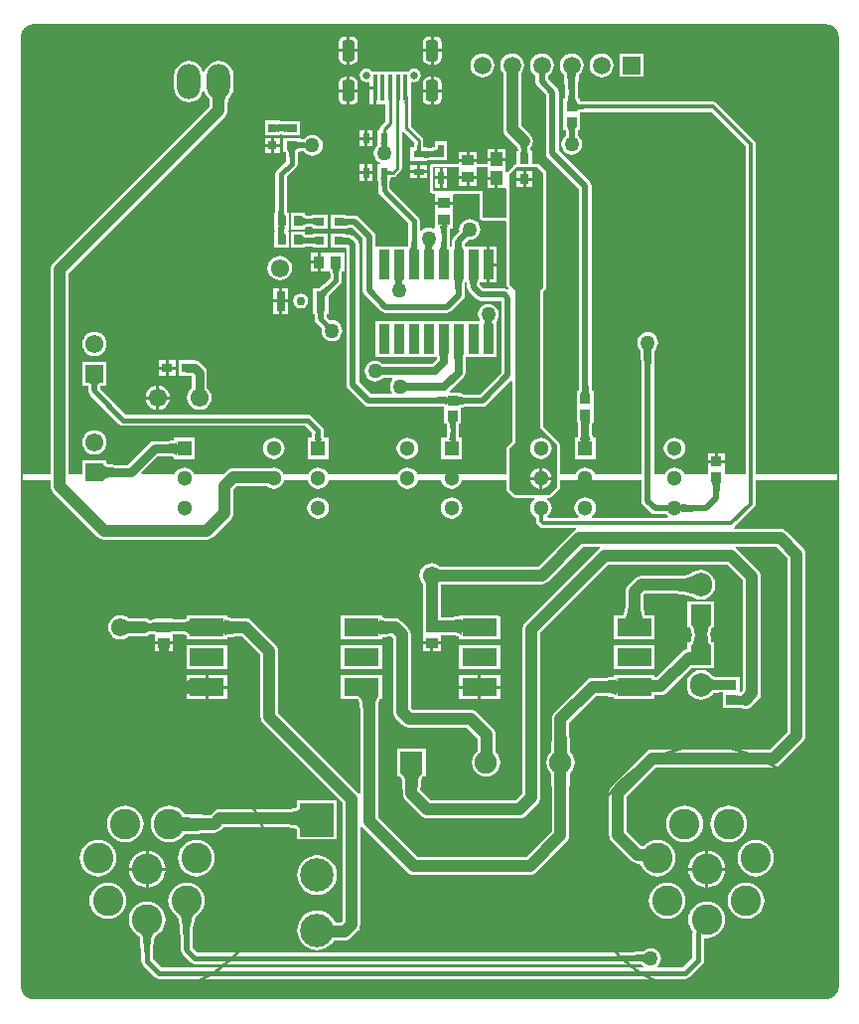
<source format=gtl>
G04*
G04 #@! TF.GenerationSoftware,Altium Limited,Altium Designer,20.0.10 (225)*
G04*
G04 Layer_Physical_Order=1*
G04 Layer_Color=255*
%FSLAX25Y25*%
%MOIN*%
G70*
G01*
G75*
%ADD10C,0.01000*%
%ADD11C,0.00787*%
%ADD17C,0.03937*%
%ADD20R,0.03543X0.03150*%
%ADD21R,0.03150X0.06693*%
%ADD22R,0.03740X0.03347*%
%ADD23R,0.02362X0.03543*%
%ADD24R,0.01972X0.04375*%
%ADD25R,0.03543X0.02362*%
%ADD26R,0.04134X0.03740*%
%ADD27R,0.03985X0.04758*%
%ADD28R,0.03150X0.03543*%
%ADD29R,0.03543X0.09843*%
%ADD30R,0.11811X0.05906*%
%ADD31R,0.02756X0.03543*%
%ADD32R,0.03740X0.04134*%
%ADD33R,0.03150X0.03150*%
%ADD34R,0.03543X0.02756*%
%ADD35R,0.03000X0.02800*%
%ADD36R,0.01600X0.09055*%
%ADD37R,0.03937X0.03543*%
%ADD50C,0.02953*%
%ADD59R,0.11237X0.11237*%
%ADD60C,0.11237*%
%ADD61R,0.05118X0.05118*%
%ADD62C,0.05118*%
%ADD66C,0.01772*%
%ADD67C,0.01394*%
%ADD68C,0.02165*%
%ADD69C,0.02953*%
%ADD70C,0.02559*%
%ADD71C,0.02126*%
%ADD72C,0.02756*%
%ADD73C,0.02969*%
%ADD74C,0.10236*%
%ADD75C,0.06102*%
%ADD76R,0.07087X0.06693*%
%ADD77O,0.07480X0.07874*%
%ADD78R,0.06102X0.06102*%
%ADD79C,0.05906*%
%ADD80R,0.05906X0.05906*%
%ADD81O,0.07874X0.11811*%
%ADD82R,0.07480X0.07480*%
%ADD83C,0.07480*%
%ADD84C,0.02559*%
G04:AMPARAMS|DCode=85|XSize=41.34mil|YSize=72.84mil|CornerRadius=10.34mil|HoleSize=0mil|Usage=FLASHONLY|Rotation=180.000|XOffset=0mil|YOffset=0mil|HoleType=Round|Shape=RoundedRectangle|*
%AMROUNDEDRECTD85*
21,1,0.04134,0.05217,0,0,180.0*
21,1,0.02067,0.07284,0,0,180.0*
1,1,0.02067,-0.01034,0.02608*
1,1,0.02067,0.01034,0.02608*
1,1,0.02067,0.01034,-0.02608*
1,1,0.02067,-0.01034,-0.02608*
%
%ADD85ROUNDEDRECTD85*%
%ADD86C,0.05000*%
G36*
X422435Y1562834D02*
X423189Y1562523D01*
X423867Y1562071D01*
X424444Y1561495D01*
X424897Y1560818D01*
X425210Y1560065D01*
X425358Y1559322D01*
X425370Y1558860D01*
Y1558858D01*
X425370D01*
X425370Y1558858D01*
X425363Y1412500D01*
X397730Y1412500D01*
Y1523000D01*
X397598Y1523662D01*
X397223Y1524223D01*
X384664Y1536782D01*
X384103Y1537158D01*
X383441Y1537289D01*
X339597D01*
X339266Y1537301D01*
X339022Y1537328D01*
X338870Y1537355D01*
Y1538232D01*
X338262D01*
X338251Y1538269D01*
X338201Y1538513D01*
X338103Y1539691D01*
Y1539906D01*
X338129Y1542371D01*
X338266Y1545314D01*
X338327Y1545916D01*
X338391Y1546320D01*
X338403Y1546361D01*
X338819Y1546681D01*
X339453Y1547507D01*
X339851Y1548468D01*
X339987Y1549500D01*
X339851Y1550532D01*
X339453Y1551493D01*
X338819Y1552319D01*
X337993Y1552953D01*
X337032Y1553351D01*
X336000Y1553487D01*
X334968Y1553351D01*
X334007Y1552953D01*
X333181Y1552319D01*
X332547Y1551493D01*
X332149Y1550532D01*
X332013Y1549500D01*
X332149Y1548468D01*
X332547Y1547507D01*
X333181Y1546681D01*
X333523Y1546419D01*
X333897Y1539809D01*
Y1539628D01*
X333850Y1538883D01*
X333804Y1538538D01*
X333749Y1538268D01*
X333738Y1538232D01*
X333130D01*
Y1537259D01*
X333122Y1537220D01*
X333130Y1537182D01*
Y1532886D01*
Y1527768D01*
X333931D01*
X333977Y1527598D01*
X334022Y1527345D01*
X334072Y1526743D01*
X334067Y1526038D01*
X334063Y1525925D01*
X333504Y1525496D01*
X332943Y1524765D01*
X332590Y1523914D01*
X332470Y1523000D01*
X332590Y1522086D01*
X332943Y1521235D01*
X333504Y1520504D01*
X334235Y1519943D01*
X335086Y1519590D01*
X336000Y1519470D01*
X336914Y1519590D01*
X337765Y1519943D01*
X338496Y1520504D01*
X339057Y1521235D01*
X339410Y1522086D01*
X339530Y1523000D01*
X339410Y1523914D01*
X339057Y1524765D01*
X338496Y1525496D01*
X337972Y1525899D01*
X337950Y1527107D01*
X337975Y1527331D01*
X338023Y1527598D01*
X338069Y1527768D01*
X338870D01*
Y1533763D01*
X339008Y1533787D01*
X339511Y1533829D01*
X382724D01*
X394270Y1522283D01*
Y1412500D01*
X387370D01*
Y1413886D01*
Y1416059D01*
X384500D01*
X381630D01*
Y1413886D01*
Y1412500D01*
X373731D01*
X373609Y1412795D01*
X373038Y1413538D01*
X372295Y1414109D01*
X371429Y1414467D01*
X370500Y1414590D01*
X369571Y1414467D01*
X368705Y1414109D01*
X367962Y1413538D01*
X367391Y1412795D01*
X367269Y1412500D01*
X363623D01*
Y1449251D01*
X363643Y1451534D01*
X363725Y1453563D01*
X363749Y1453814D01*
X363996Y1454004D01*
X364557Y1454735D01*
X364910Y1455586D01*
X365030Y1456500D01*
X364910Y1457414D01*
X364557Y1458265D01*
X363996Y1458996D01*
X363265Y1459557D01*
X362414Y1459910D01*
X361500Y1460030D01*
X360586Y1459910D01*
X359735Y1459557D01*
X359004Y1458996D01*
X358443Y1458265D01*
X358090Y1457414D01*
X357970Y1456500D01*
X358090Y1455586D01*
X358443Y1454735D01*
X359004Y1454004D01*
X359160Y1453884D01*
X359377Y1447367D01*
Y1412500D01*
X343731D01*
X343609Y1412795D01*
X343038Y1413538D01*
X342295Y1414109D01*
X341429Y1414467D01*
X340500Y1414590D01*
X339571Y1414467D01*
X338705Y1414109D01*
X337962Y1413538D01*
X337391Y1412795D01*
X337269Y1412500D01*
X332020D01*
Y1422000D01*
X331985Y1422174D01*
X331958Y1422349D01*
X331946Y1422368D01*
X331942Y1422390D01*
X331843Y1422538D01*
X331752Y1422689D01*
X326520Y1428397D01*
X326520Y1473578D01*
X327221Y1474279D01*
X327442Y1474610D01*
X327520Y1475000D01*
Y1513000D01*
X327520Y1513500D01*
X327442Y1513890D01*
X327221Y1514221D01*
X325221Y1516221D01*
X324890Y1516442D01*
X324500Y1516520D01*
X322672D01*
Y1519773D01*
X322680Y1519811D01*
X322672Y1519849D01*
Y1520823D01*
X322459D01*
X322268Y1520974D01*
X322050Y1521323D01*
X322076Y1521505D01*
X322129Y1521768D01*
X322176Y1521932D01*
X322195Y1521975D01*
X322229Y1522023D01*
X322235Y1522037D01*
X322593Y1522503D01*
X322892Y1523225D01*
X322994Y1524000D01*
X322892Y1524775D01*
X322593Y1525497D01*
X322117Y1526117D01*
X318994Y1529240D01*
Y1546909D01*
X319453Y1547507D01*
X319851Y1548468D01*
X319987Y1549500D01*
X319851Y1550532D01*
X319453Y1551493D01*
X318819Y1552319D01*
X317993Y1552953D01*
X317032Y1553351D01*
X316000Y1553487D01*
X314968Y1553351D01*
X314007Y1552953D01*
X313181Y1552319D01*
X312547Y1551493D01*
X312149Y1550532D01*
X312013Y1549500D01*
X312149Y1548468D01*
X312547Y1547507D01*
X313006Y1546909D01*
Y1528000D01*
X313108Y1527225D01*
X313407Y1526503D01*
X313883Y1525883D01*
X317816Y1521949D01*
X317824Y1521932D01*
X317871Y1521768D01*
X317916Y1521541D01*
X317940Y1521188D01*
X317599Y1520823D01*
X317522D01*
Y1519849D01*
X317515Y1519811D01*
X317522Y1519773D01*
Y1516780D01*
X317492Y1516299D01*
X317314Y1516258D01*
X317132Y1516222D01*
X317120Y1516213D01*
X317105Y1516210D01*
X316673Y1516016D01*
X316525Y1515910D01*
X316373Y1515810D01*
X314282Y1513737D01*
X314258Y1513732D01*
X313774Y1513691D01*
X313673Y1513721D01*
X313590Y1513781D01*
Y1517400D01*
X310597D01*
X307605D01*
Y1516520D01*
X304164D01*
Y1517097D01*
X298030D01*
Y1516520D01*
X289500D01*
X289110Y1516442D01*
X288779Y1516221D01*
X288558Y1515890D01*
X288480Y1515500D01*
X288480Y1507500D01*
X288558Y1507110D01*
X288779Y1506779D01*
X289110Y1506558D01*
X289500Y1506480D01*
X289539D01*
X289933Y1506224D01*
Y1503854D01*
X293000D01*
X296067D01*
Y1505980D01*
X296461Y1506480D01*
X304980Y1506480D01*
X304980Y1498500D01*
X305058Y1498110D01*
X305279Y1497779D01*
X305610Y1497558D01*
X306000Y1497480D01*
X313910Y1497480D01*
X313980Y1496980D01*
X313980Y1476000D01*
X314058Y1475610D01*
X314279Y1475279D01*
X314721Y1474838D01*
X314402Y1474449D01*
X314295Y1474521D01*
X313482Y1474683D01*
X306399D01*
X305153Y1475929D01*
X305177Y1476328D01*
X305214Y1476608D01*
X305238Y1476728D01*
X307500D01*
Y1482650D01*
Y1488571D01*
X300246D01*
X300204Y1488808D01*
X300132Y1489806D01*
X301299Y1490974D01*
X301765Y1490913D01*
X302679Y1491033D01*
X303530Y1491385D01*
X304261Y1491947D01*
X304822Y1492678D01*
X305175Y1493529D01*
X305295Y1494443D01*
X305175Y1495356D01*
X304822Y1496208D01*
X304261Y1496939D01*
X303530Y1497500D01*
X302679Y1497853D01*
X301765Y1497973D01*
X300851Y1497853D01*
X300000Y1497500D01*
X299269Y1496939D01*
X298708Y1496208D01*
X298355Y1495356D01*
X298235Y1494443D01*
X298296Y1493977D01*
X296498Y1492179D01*
X296038Y1491490D01*
X295877Y1490678D01*
Y1489847D01*
X295840Y1489174D01*
X295800Y1488830D01*
X295754Y1488571D01*
X295067D01*
X295022Y1488737D01*
X294977Y1488992D01*
X294923Y1489648D01*
Y1493582D01*
X294939Y1494016D01*
X294975Y1494346D01*
X295023Y1494615D01*
X295067Y1494776D01*
X296067D01*
Y1500484D01*
Y1502855D01*
X293000D01*
X289933D01*
Y1500484D01*
Y1495029D01*
X289474Y1494678D01*
X288914Y1494910D01*
X288000Y1495030D01*
X287086Y1494910D01*
X286235Y1494557D01*
X285504Y1493996D01*
X285423Y1493891D01*
X284923Y1494060D01*
Y1497491D01*
X284776Y1498226D01*
X284360Y1498850D01*
X275350Y1507860D01*
X274875Y1508334D01*
Y1509996D01*
X274883Y1510392D01*
X274907Y1510728D01*
X275134D01*
Y1511702D01*
X275141Y1511740D01*
X275477Y1511925D01*
X275606Y1511971D01*
X276000D01*
X276585Y1512087D01*
X277081Y1512419D01*
X278581Y1513919D01*
X278913Y1514415D01*
X279029Y1515000D01*
Y1527123D01*
X279092Y1527171D01*
X279529Y1527308D01*
X283068Y1523769D01*
Y1522307D01*
X283059Y1521889D01*
X283058Y1521877D01*
X281826D01*
Y1517515D01*
X286319D01*
X286357Y1517507D01*
X286374Y1517510D01*
X286391Y1517507D01*
X286602Y1517515D01*
X287369D01*
Y1517540D01*
X288937Y1517592D01*
X290111D01*
Y1517583D01*
X291082D01*
X291119Y1517575D01*
X291158Y1517583D01*
X294083D01*
Y1523958D01*
X290111D01*
Y1522035D01*
X290006Y1521992D01*
X289757Y1521924D01*
X289433Y1521867D01*
X288622Y1521799D01*
X287431D01*
X287369Y1521802D01*
Y1521877D01*
X286395D01*
X286357Y1521884D01*
X286127Y1522304D01*
Y1524403D01*
X286010Y1524988D01*
X285679Y1525484D01*
X282029Y1529134D01*
Y1533788D01*
X282022Y1533824D01*
Y1539086D01*
X281993Y1539234D01*
Y1543470D01*
X282493Y1543881D01*
X282949Y1543790D01*
X283838Y1543967D01*
X284592Y1544471D01*
X285096Y1545225D01*
X285273Y1546114D01*
X285096Y1547004D01*
X284592Y1547758D01*
X283838Y1548261D01*
X282949Y1548438D01*
X282059Y1548261D01*
X281305Y1547758D01*
X281086Y1547429D01*
X269064D01*
X268844Y1547758D01*
X268090Y1548261D01*
X267201Y1548438D01*
X266311Y1548261D01*
X265557Y1547758D01*
X265054Y1547004D01*
X264877Y1546114D01*
X265054Y1545225D01*
X265557Y1544471D01*
X266311Y1543967D01*
X267201Y1543790D01*
X267657Y1543881D01*
X268157Y1543470D01*
Y1542402D01*
X269957D01*
Y1541902D01*
X270457D01*
Y1536374D01*
X273471D01*
Y1530796D01*
X271919Y1529244D01*
X271587Y1528748D01*
X271471Y1528163D01*
Y1527772D01*
X270772D01*
Y1523306D01*
X270765Y1523276D01*
X270768Y1523258D01*
X270764Y1523240D01*
X270772Y1523202D01*
Y1522702D01*
X270504Y1522496D01*
X269943Y1521765D01*
X269590Y1520914D01*
X269470Y1520000D01*
X269590Y1519086D01*
X269943Y1518235D01*
X270504Y1517504D01*
X271235Y1516943D01*
X271648Y1516772D01*
X271549Y1516272D01*
X270772D01*
Y1511827D01*
X270766Y1511808D01*
X270771Y1511774D01*
X270764Y1511740D01*
X270772Y1511702D01*
Y1510728D01*
X270961D01*
X271030Y1509756D01*
Y1507538D01*
X271176Y1506802D01*
X271593Y1506178D01*
X272631Y1505140D01*
X272631Y1505140D01*
X281077Y1496694D01*
Y1489760D01*
X281062Y1489334D01*
X281026Y1489005D01*
X280978Y1488737D01*
X280933Y1488571D01*
X270228D01*
X270124Y1489027D01*
Y1492147D01*
X269962Y1492960D01*
X269501Y1493649D01*
X264656Y1498494D01*
X263967Y1498954D01*
X263155Y1499116D01*
X261039D01*
X260124Y1499162D01*
Y1499393D01*
X259151D01*
X259112Y1499400D01*
X259074Y1499393D01*
X258999D01*
X258993Y1499393D01*
X258991Y1499393D01*
X255124D01*
Y1494592D01*
X258991D01*
X258993Y1494592D01*
X258999Y1494592D01*
X259074D01*
X259112Y1494585D01*
X259151Y1494592D01*
X260124D01*
Y1494784D01*
X261486Y1494869D01*
X262275D01*
X265877Y1491267D01*
Y1474000D01*
X266038Y1473187D01*
X266498Y1472499D01*
X271999Y1466998D01*
X272687Y1466538D01*
X273500Y1466376D01*
X294000D01*
X294813Y1466538D01*
X295501Y1466998D01*
X299501Y1470998D01*
X299962Y1471687D01*
X300124Y1472500D01*
Y1475360D01*
X300160Y1476065D01*
X300201Y1476428D01*
X300250Y1476717D01*
X300253Y1476728D01*
X300793D01*
X300815Y1476625D01*
X300896Y1475689D01*
Y1475059D01*
X301058Y1474246D01*
X301518Y1473557D01*
X304018Y1471058D01*
X304707Y1470597D01*
X305520Y1470436D01*
X312396D01*
Y1446439D01*
X305140Y1439182D01*
X300045D01*
X299986Y1439184D01*
X299140Y1439248D01*
X298870Y1439288D01*
Y1439732D01*
X297972D01*
X297965Y1439734D01*
X297944Y1439732D01*
X297896D01*
X297858Y1439740D01*
X297820Y1439732D01*
X295220D01*
X295019Y1440232D01*
X299643Y1444857D01*
X300147Y1445611D01*
X300324Y1446500D01*
Y1450121D01*
X300341Y1450900D01*
X300413Y1451756D01*
X300423Y1451823D01*
X310772D01*
Y1462615D01*
X310779Y1462653D01*
X310772Y1462691D01*
Y1463665D01*
X310772Y1463665D01*
X310772D01*
X310951Y1464097D01*
X311057Y1464235D01*
X311410Y1465086D01*
X311530Y1466000D01*
X311410Y1466914D01*
X311057Y1467765D01*
X310496Y1468496D01*
X309765Y1469057D01*
X308914Y1469410D01*
X308000Y1469530D01*
X307086Y1469410D01*
X306235Y1469057D01*
X305504Y1468496D01*
X304943Y1467765D01*
X304590Y1466914D01*
X304470Y1466000D01*
X304590Y1465086D01*
X304943Y1464235D01*
X305036Y1464114D01*
X304815Y1463665D01*
X270228D01*
Y1451823D01*
X290600D01*
X290664Y1450950D01*
X289037Y1449324D01*
X274722D01*
X272620Y1449335D01*
X272496Y1449496D01*
X271765Y1450057D01*
X270914Y1450410D01*
X270000Y1450530D01*
X269086Y1450410D01*
X268235Y1450057D01*
X267504Y1449496D01*
X266943Y1448765D01*
X266590Y1447914D01*
X266470Y1447000D01*
X266590Y1446086D01*
X266943Y1445235D01*
X267504Y1444504D01*
X268235Y1443943D01*
X269086Y1443590D01*
X270000Y1443470D01*
X270914Y1443590D01*
X271765Y1443943D01*
X272496Y1444504D01*
X272606Y1444647D01*
X275712Y1444671D01*
X275862Y1444403D01*
X275915Y1444172D01*
X275397Y1443499D01*
X275045Y1442647D01*
X274925Y1441733D01*
X275045Y1440820D01*
X275397Y1439968D01*
X275611Y1439690D01*
X275390Y1439242D01*
X268712D01*
X264623Y1443330D01*
Y1489475D01*
X264462Y1490287D01*
X264001Y1490976D01*
X262964Y1492014D01*
X262275Y1492474D01*
X261462Y1492636D01*
X260720D01*
X260341Y1492655D01*
X260124Y1492679D01*
Y1493164D01*
X255124D01*
Y1488364D01*
X259078D01*
X259117Y1488357D01*
X259126Y1488358D01*
X259136Y1488357D01*
X259457Y1488364D01*
X260124D01*
X260377Y1487969D01*
Y1442451D01*
X260538Y1441638D01*
X260999Y1440949D01*
X266331Y1435617D01*
X267020Y1435156D01*
X267833Y1434995D01*
X291788D01*
X292472Y1434961D01*
X292838Y1434922D01*
X293130Y1434875D01*
Y1429268D01*
X293933D01*
X293977Y1429107D01*
X294022Y1428852D01*
X294077Y1428190D01*
Y1425753D01*
X294061Y1425318D01*
X294025Y1424989D01*
X293977Y1424720D01*
X293933Y1424559D01*
X292108D01*
Y1417441D01*
X299226D01*
Y1424559D01*
X298067D01*
X298023Y1424720D01*
X297978Y1424975D01*
X297923Y1425637D01*
Y1428074D01*
X297939Y1428508D01*
X297975Y1428838D01*
X298023Y1429107D01*
X298067Y1429268D01*
X298870D01*
Y1434824D01*
X300326Y1434936D01*
X306020D01*
X306832Y1435097D01*
X307521Y1435557D01*
X315518Y1443555D01*
X315980Y1443363D01*
X315980Y1423422D01*
X314279Y1421721D01*
X314058Y1421390D01*
X313980Y1421000D01*
X313980Y1412500D01*
X284064Y1412500D01*
X283942Y1412795D01*
X283372Y1413538D01*
X282628Y1414109D01*
X281762Y1414467D01*
X280833Y1414590D01*
X279904Y1414467D01*
X279039Y1414109D01*
X278295Y1413538D01*
X277725Y1412795D01*
X277602Y1412500D01*
X254064D01*
X253942Y1412795D01*
X253372Y1413538D01*
X252628Y1414109D01*
X251762Y1414467D01*
X250833Y1414590D01*
X249904Y1414467D01*
X249039Y1414109D01*
X248295Y1413538D01*
X247725Y1412795D01*
X247602Y1412500D01*
X239231D01*
X239109Y1412795D01*
X238538Y1413538D01*
X237795Y1414109D01*
X236929Y1414467D01*
X236000Y1414590D01*
X235071Y1414467D01*
X235022Y1414447D01*
X234665Y1414494D01*
X222500D01*
X221725Y1414392D01*
X221302Y1414217D01*
X221003Y1414093D01*
X220383Y1413617D01*
X219266Y1412500D01*
X209231D01*
X209109Y1412795D01*
X208538Y1413538D01*
X207795Y1414109D01*
X206929Y1414467D01*
X206000Y1414590D01*
X205071Y1414467D01*
X204205Y1414109D01*
X203462Y1413538D01*
X202891Y1412795D01*
X202769Y1412500D01*
X191724D01*
X191533Y1412962D01*
X197046Y1418475D01*
X200136D01*
X201186Y1418412D01*
X201694Y1418346D01*
X202102Y1418265D01*
X202390Y1418180D01*
X202441Y1418157D01*
Y1417441D01*
X203415D01*
X203453Y1417433D01*
X203491Y1417441D01*
X209559D01*
Y1424559D01*
X203491D01*
X203453Y1424567D01*
X203415Y1424559D01*
X202441D01*
Y1423843D01*
X202390Y1423820D01*
X202102Y1423735D01*
X201718Y1423659D01*
X200050Y1423525D01*
X196000D01*
X195034Y1423333D01*
X194215Y1422785D01*
X186954Y1415525D01*
X182495D01*
X181736Y1415553D01*
X181141Y1415619D01*
X180641Y1415708D01*
X180256Y1415813D01*
X179992Y1415920D01*
X179855Y1416005D01*
X179842Y1416017D01*
Y1417051D01*
X171740D01*
Y1412500D01*
X166994D01*
Y1479760D01*
X219617Y1532383D01*
X220093Y1533003D01*
X220392Y1533725D01*
X220494Y1534500D01*
Y1535073D01*
X220504Y1536062D01*
X220589Y1537736D01*
X220628Y1538072D01*
X220655Y1538229D01*
X221021Y1538510D01*
X221813Y1539542D01*
X222310Y1540743D01*
X222480Y1542031D01*
Y1545969D01*
X222310Y1547257D01*
X221813Y1548458D01*
X221021Y1549490D01*
X219990Y1550281D01*
X218789Y1550778D01*
X217500Y1550948D01*
X216211Y1550778D01*
X215010Y1550281D01*
X213979Y1549490D01*
X213188Y1548458D01*
X212771Y1547452D01*
X212229D01*
X211812Y1548458D01*
X211021Y1549490D01*
X209990Y1550281D01*
X208789Y1550778D01*
X207500Y1550948D01*
X206211Y1550778D01*
X205010Y1550281D01*
X203979Y1549490D01*
X203187Y1548458D01*
X202690Y1547257D01*
X202520Y1545969D01*
Y1542031D01*
X202690Y1540743D01*
X203187Y1539542D01*
X203979Y1538510D01*
X205010Y1537719D01*
X206211Y1537222D01*
X207500Y1537052D01*
X208789Y1537222D01*
X209990Y1537719D01*
X211021Y1538510D01*
X211812Y1539542D01*
X212229Y1540548D01*
X212771D01*
X213188Y1539542D01*
X213979Y1538510D01*
X214324Y1538246D01*
X214482Y1535717D01*
X161883Y1483117D01*
X161407Y1482497D01*
X161108Y1481775D01*
X161006Y1481000D01*
Y1412500D01*
X151350D01*
Y1558850D01*
Y1559258D01*
X151509Y1560058D01*
X151822Y1560812D01*
X152275Y1561491D01*
X152852Y1562068D01*
X153530Y1562521D01*
X154284Y1562833D01*
X155084Y1562992D01*
X155492D01*
X421228Y1562992D01*
X421636Y1562992D01*
X422435Y1562834D01*
D02*
G37*
G36*
X337481Y1546855D02*
X337393Y1546536D01*
X337316Y1546047D01*
X337249Y1545389D01*
X337109Y1542400D01*
X337081Y1539677D01*
X337190Y1538368D01*
X337262Y1538017D01*
X337349Y1537731D01*
X337453Y1537507D01*
X337572Y1537348D01*
X337707Y1537252D01*
X337858Y1537220D01*
X334142D01*
X334293Y1537252D01*
X334428Y1537348D01*
X334547Y1537507D01*
X334651Y1537731D01*
X334738Y1538017D01*
X334810Y1538368D01*
X334865Y1538783D01*
X334923Y1539711D01*
X334519Y1546855D01*
X334421Y1547005D01*
X337579D01*
X337481Y1546855D01*
D02*
G37*
G36*
X280981Y1537386D02*
X280983Y1537371D01*
X280985Y1537326D01*
X280993Y1535886D01*
X279993D01*
X279988Y1536173D01*
X279948Y1536656D01*
X279913Y1536852D01*
X279868Y1537018D01*
X279813Y1537154D01*
X279748Y1537260D01*
X279673Y1537336D01*
X279588Y1537382D01*
X279493Y1537398D01*
X280981Y1537386D01*
D02*
G37*
G36*
X219805Y1538882D02*
X219735Y1538749D01*
X219672Y1538528D01*
X219618Y1538218D01*
X219572Y1537819D01*
X219485Y1536093D01*
X219468Y1534500D01*
X215531D01*
X215527Y1535341D01*
X215328Y1538528D01*
X215265Y1538749D01*
X215195Y1538882D01*
X215116Y1538926D01*
X219884D01*
X219805Y1538882D01*
D02*
G37*
G36*
X337867Y1536820D02*
X337930Y1536702D01*
X338035Y1536597D01*
X338182Y1536507D01*
X338372Y1536430D01*
X338603Y1536367D01*
X338876Y1536319D01*
X339192Y1536284D01*
X339949Y1536256D01*
Y1534862D01*
X339549Y1534855D01*
X338876Y1534799D01*
X338603Y1534751D01*
X338372Y1534688D01*
X338182Y1534611D01*
X338035Y1534521D01*
X337930Y1534416D01*
X337867Y1534298D01*
X337846Y1534165D01*
Y1536953D01*
X337867Y1536820D01*
D02*
G37*
G36*
X336901Y1528780D02*
X337772D01*
X337603Y1528753D01*
X337453Y1528673D01*
X337320Y1528541D01*
X337205Y1528354D01*
X337107Y1528115D01*
X337028Y1527823D01*
X336965Y1527478D01*
X336930Y1527155D01*
X336963Y1525307D01*
X335037D01*
X335052Y1525356D01*
X335065Y1525490D01*
X335087Y1526013D01*
X335092Y1526782D01*
X335034Y1527478D01*
X334972Y1527823D01*
X334893Y1528115D01*
X334795Y1528354D01*
X334680Y1528541D01*
X334547Y1528673D01*
X334397Y1528753D01*
X334228Y1528780D01*
X335108D01*
X335114Y1529625D01*
X336886D01*
X336901Y1528780D01*
D02*
G37*
G36*
X291123Y1518595D02*
X291091Y1518602D01*
X290996Y1518609D01*
X289391Y1518627D01*
X286357Y1518527D01*
Y1520865D01*
X286389Y1520845D01*
X286485Y1520827D01*
X286644Y1520811D01*
X287505Y1520776D01*
X288453Y1520768D01*
X288542Y1520769D01*
X289565Y1520854D01*
X289981Y1520929D01*
X290333Y1521024D01*
X290621Y1521141D01*
X290845Y1521280D01*
X291006Y1521439D01*
X291102Y1521620D01*
X291135Y1521822D01*
X291123Y1518595D01*
D02*
G37*
G36*
X274073Y1523214D02*
X274028Y1523134D01*
X273989Y1523001D01*
X273956Y1522815D01*
X273927Y1522576D01*
X273886Y1521938D01*
X273862Y1520583D01*
X272091D01*
X272088Y1521088D01*
X271980Y1522815D01*
X271940Y1523001D01*
X271894Y1523134D01*
X271842Y1523214D01*
X271784Y1523240D01*
X274122D01*
X274073Y1523214D01*
D02*
G37*
G36*
X285100Y1522366D02*
X285150Y1521549D01*
X285177Y1521397D01*
X285222Y1521231D01*
X285277Y1521095D01*
X285342Y1520989D01*
X285417Y1520913D01*
X285502Y1520868D01*
X285597Y1520853D01*
X285204D01*
X285221Y1520761D01*
X285259Y1520620D01*
X285301Y1520515D01*
X285349Y1520447D01*
X283845D01*
X283893Y1520515D01*
X283936Y1520620D01*
X283974Y1520761D01*
X283991Y1520853D01*
X283597D01*
X283692Y1520868D01*
X283777Y1520913D01*
X283852Y1520989D01*
X283917Y1521095D01*
X283972Y1521231D01*
X284017Y1521397D01*
X284052Y1521594D01*
X284077Y1521820D01*
X284078Y1521830D01*
X284097Y1522760D01*
X285097D01*
X285100Y1522366D01*
D02*
G37*
G36*
X321302Y1522479D02*
X321215Y1522277D01*
X321137Y1522010D01*
X321071Y1521677D01*
X321014Y1521278D01*
X320985Y1520925D01*
X321010Y1520767D01*
X321079Y1520475D01*
X321164Y1520236D01*
X321265Y1520050D01*
X321381Y1519917D01*
X321513Y1519837D01*
X321660Y1519811D01*
X320921D01*
X320886Y1518305D01*
X319114D01*
X319109Y1519031D01*
X319056Y1519811D01*
X318534D01*
X318645Y1519837D01*
X318743Y1519917D01*
X318830Y1520050D01*
X318905Y1520236D01*
X318969Y1520475D01*
X318999Y1520644D01*
X318929Y1521677D01*
X318863Y1522010D01*
X318785Y1522277D01*
X318698Y1522479D01*
X318601Y1522616D01*
X321399D01*
X321302Y1522479D01*
D02*
G37*
G36*
X273620Y1514103D02*
X273694Y1514081D01*
X273801Y1514062D01*
X273940Y1514046D01*
X274552Y1514011D01*
X275456Y1514000D01*
Y1513000D01*
X275122Y1512999D01*
X273620Y1512897D01*
X273579Y1512873D01*
Y1514127D01*
X273620Y1514103D01*
D02*
G37*
G36*
X274068Y1511714D02*
X274020Y1511634D01*
X273977Y1511501D01*
X273941Y1511315D01*
X273909Y1511076D01*
X273864Y1510438D01*
X273839Y1509083D01*
X272067D01*
X272064Y1509588D01*
X271928Y1511501D01*
X271886Y1511634D01*
X271837Y1511714D01*
X271784Y1511740D01*
X274122D01*
X274068Y1511714D01*
D02*
G37*
G36*
X298030Y1515500D02*
Y1512389D01*
X304164D01*
Y1515500D01*
X307605D01*
Y1512086D01*
X310597D01*
Y1511586D01*
X311097D01*
Y1508207D01*
X313590D01*
X313980Y1507944D01*
Y1498500D01*
X306000Y1498500D01*
X306000Y1507500D01*
X289500Y1507500D01*
X289500Y1515500D01*
X298030D01*
D02*
G37*
G36*
X259145Y1498322D02*
X259242Y1498271D01*
X259405Y1498225D01*
X259632Y1498185D01*
X259924Y1498151D01*
X261191Y1498087D01*
X262360Y1498075D01*
Y1495910D01*
X261743Y1495907D01*
X259405Y1495760D01*
X259242Y1495714D01*
X259145Y1495663D01*
X259112Y1495605D01*
Y1498380D01*
X259145Y1498322D01*
D02*
G37*
G36*
X294603Y1495773D02*
X294453Y1495693D01*
X294320Y1495559D01*
X294205Y1495372D01*
X294107Y1495132D01*
X294028Y1494839D01*
X293966Y1494491D01*
X293921Y1494091D01*
X293886Y1493130D01*
X292114D01*
X292105Y1493637D01*
X292035Y1494491D01*
X291972Y1494839D01*
X291893Y1495132D01*
X291795Y1495372D01*
X291680Y1495559D01*
X291547Y1495693D01*
X291397Y1495773D01*
X291228Y1495800D01*
X294772D01*
X294603Y1495773D01*
D02*
G37*
G36*
X259124Y1491987D02*
X259196Y1491905D01*
X259314Y1491832D01*
X259479Y1491769D01*
X259692Y1491716D01*
X259952Y1491673D01*
X260259Y1491639D01*
X261014Y1491600D01*
X261462Y1491595D01*
Y1489430D01*
X259112Y1489376D01*
X259100Y1492079D01*
X259124Y1491987D01*
D02*
G37*
G36*
X299089Y1490085D02*
X299191Y1488682D01*
X299252Y1488339D01*
X299326Y1488058D01*
X299414Y1487840D01*
X299516Y1487684D01*
X299631Y1487590D01*
X299760Y1487559D01*
X296240D01*
X296369Y1487590D01*
X296484Y1487684D01*
X296586Y1487840D01*
X296674Y1488058D01*
X296748Y1488339D01*
X296809Y1488682D01*
X296856Y1489087D01*
X296911Y1490085D01*
X296917Y1490678D01*
X299083D01*
X299089Y1490085D01*
D02*
G37*
G36*
X293895Y1489711D02*
X293965Y1488861D01*
X294026Y1488516D01*
X294104Y1488223D01*
X294200Y1487984D01*
X294314Y1487798D01*
X294445Y1487665D01*
X294594Y1487585D01*
X294760Y1487559D01*
X291240D01*
X291406Y1487585D01*
X291555Y1487665D01*
X291686Y1487798D01*
X291800Y1487984D01*
X291896Y1488223D01*
X291974Y1488516D01*
X292036Y1488861D01*
X292079Y1489260D01*
X292114Y1490216D01*
X293886D01*
X293895Y1489711D01*
D02*
G37*
G36*
X283895D02*
X283964Y1488861D01*
X284026Y1488516D01*
X284104Y1488223D01*
X284200Y1487984D01*
X284314Y1487798D01*
X284445Y1487665D01*
X284594Y1487585D01*
X284760Y1487559D01*
X281240D01*
X281406Y1487585D01*
X281555Y1487665D01*
X281686Y1487798D01*
X281800Y1487984D01*
X281896Y1488223D01*
X281974Y1488516D01*
X282035Y1488861D01*
X282079Y1489260D01*
X282114Y1490216D01*
X283886D01*
X283895Y1489711D01*
D02*
G37*
G36*
X288895D02*
X288913Y1489486D01*
X289482D01*
X289369Y1489339D01*
X289267Y1489073D01*
X289178Y1488687D01*
X289106Y1488219D01*
X289200Y1487984D01*
X289314Y1487798D01*
X289445Y1487665D01*
X289594Y1487585D01*
X289760Y1487559D01*
X289046D01*
X288981Y1486815D01*
X288892Y1483870D01*
X288886Y1482650D01*
X287114D01*
X287108Y1483870D01*
X286889Y1487559D01*
X286240D01*
X286406Y1487585D01*
X286555Y1487665D01*
X286686Y1487798D01*
X286800Y1487984D01*
X286856Y1488124D01*
X286822Y1488687D01*
X286733Y1489073D01*
X286631Y1489339D01*
X286518Y1489486D01*
X287087D01*
X287114Y1490216D01*
X288886D01*
X288895Y1489711D01*
D02*
G37*
G36*
X278891Y1481464D02*
X279147Y1477740D01*
X279760D01*
X279594Y1477714D01*
X279445Y1477634D01*
X279314Y1477501D01*
X279200Y1477315D01*
X279180Y1477265D01*
X279237Y1476434D01*
X279331Y1476182D01*
X279435Y1476047D01*
X278922D01*
X278921Y1476040D01*
X278886Y1475083D01*
X277114D01*
X277105Y1475588D01*
X277068Y1476047D01*
X276565D01*
X276669Y1476182D01*
X276763Y1476434D01*
X276845Y1476803D01*
X276888Y1477095D01*
X276800Y1477315D01*
X276686Y1477501D01*
X276555Y1477634D01*
X276406Y1477714D01*
X276240Y1477740D01*
X276954D01*
X277026Y1478609D01*
X277109Y1481464D01*
X277114Y1482650D01*
X278886D01*
X278891Y1481464D01*
D02*
G37*
G36*
X304635Y1477713D02*
X304523Y1477633D01*
X304425Y1477499D01*
X304339Y1477311D01*
X304267Y1477070D01*
X304208Y1476775D01*
X304162Y1476427D01*
X304109Y1475568D01*
X304102Y1475059D01*
X301937D01*
X301930Y1475568D01*
X301826Y1476775D01*
X301763Y1477070D01*
X301686Y1477311D01*
X301596Y1477499D01*
X301491Y1477633D01*
X301373Y1477713D01*
X301240Y1477740D01*
X304760D01*
X304635Y1477713D01*
D02*
G37*
G36*
X299631Y1477708D02*
X299516Y1477610D01*
X299414Y1477448D01*
X299326Y1477221D01*
X299252Y1476928D01*
X299191Y1476571D01*
X299144Y1476149D01*
X299089Y1475109D01*
X299083Y1474492D01*
X296917D01*
X296911Y1475109D01*
X296809Y1476571D01*
X296748Y1476928D01*
X296674Y1477221D01*
X296586Y1477448D01*
X296484Y1477610D01*
X296369Y1477708D01*
X296240Y1477740D01*
X299760D01*
X299631Y1477708D01*
D02*
G37*
G36*
X308895Y1464806D02*
X308964Y1463955D01*
X308976Y1463891D01*
X309343D01*
X309256Y1463778D01*
X309178Y1463552D01*
X309122Y1463274D01*
X309200Y1463079D01*
X309314Y1462893D01*
X309445Y1462760D01*
X309594Y1462680D01*
X309760Y1462653D01*
X309042D01*
X308959Y1461539D01*
X308886Y1457744D01*
X307114D01*
X307110Y1458860D01*
X306877Y1462653D01*
X306240D01*
X306406Y1462680D01*
X306555Y1462760D01*
X306686Y1462893D01*
X306800Y1463079D01*
X306844Y1463189D01*
X306822Y1463552D01*
X306744Y1463778D01*
X306657Y1463891D01*
X307024D01*
X307035Y1463955D01*
X307079Y1464354D01*
X307114Y1465311D01*
X308886D01*
X308895Y1464806D01*
D02*
G37*
G36*
X294668Y1452806D02*
X294587Y1452722D01*
X294515Y1452580D01*
X294452Y1452381D01*
X294400Y1452126D01*
X294356Y1451814D01*
X294299Y1451021D01*
X294280Y1450000D01*
X291721D01*
X291716Y1450539D01*
X291600Y1452126D01*
X291548Y1452381D01*
X291485Y1452580D01*
X291413Y1452722D01*
X291332Y1452806D01*
X291240Y1452835D01*
X294760D01*
X294668Y1452806D01*
D02*
G37*
G36*
X299668Y1452796D02*
X299587Y1452681D01*
X299515Y1452489D01*
X299452Y1452221D01*
X299400Y1451875D01*
X299323Y1450954D01*
X299279Y1448996D01*
X296721D01*
X296716Y1449726D01*
X296548Y1452221D01*
X296485Y1452489D01*
X296413Y1452681D01*
X296332Y1452796D01*
X296240Y1452835D01*
X299760D01*
X299668Y1452796D01*
D02*
G37*
G36*
X362789Y1454282D02*
X362745Y1454030D01*
X362707Y1453632D01*
X362623Y1451560D01*
X362583Y1446747D01*
X360417D01*
X360163Y1454387D01*
X362837D01*
X362789Y1454282D01*
D02*
G37*
G36*
X272194Y1448326D02*
X272426Y1448316D01*
X279648Y1448279D01*
Y1445720D01*
X272112Y1445663D01*
Y1448337D01*
X272194Y1448326D01*
D02*
G37*
G36*
X280649Y1443059D02*
X280880Y1443050D01*
X288103Y1443013D01*
Y1440454D01*
X280567Y1440396D01*
Y1443070D01*
X280649Y1443059D01*
D02*
G37*
G36*
X297891Y1438610D02*
X297988Y1438512D01*
X298150Y1438425D01*
X298378Y1438350D01*
X298670Y1438286D01*
X299027Y1438234D01*
X299937Y1438165D01*
X301106Y1438142D01*
Y1435976D01*
X300489Y1435971D01*
X298670Y1435832D01*
X298378Y1435768D01*
X298150Y1435693D01*
X297988Y1435606D01*
X297891Y1435508D01*
X297858Y1435398D01*
Y1438720D01*
X297891Y1438610D01*
D02*
G37*
G36*
X294142Y1435398D02*
X294109Y1435519D01*
X294012Y1435627D01*
X293850Y1435723D01*
X293622Y1435806D01*
X293330Y1435876D01*
X292973Y1435933D01*
X292550Y1435978D01*
X291511Y1436029D01*
X290894Y1436035D01*
Y1438201D01*
X291511Y1438206D01*
X293330Y1438331D01*
X293622Y1438388D01*
X293850Y1438455D01*
X294012Y1438533D01*
X294109Y1438622D01*
X294142Y1438720D01*
Y1435398D01*
D02*
G37*
G36*
X297603Y1430265D02*
X297453Y1430185D01*
X297320Y1430052D01*
X297205Y1429865D01*
X297107Y1429624D01*
X297028Y1429331D01*
X296966Y1428984D01*
X296921Y1428583D01*
X296886Y1427622D01*
X295114D01*
X295105Y1428129D01*
X295035Y1428984D01*
X294972Y1429331D01*
X294893Y1429624D01*
X294795Y1429865D01*
X294680Y1430052D01*
X294547Y1430185D01*
X294397Y1430265D01*
X294228Y1430292D01*
X297772D01*
X297603Y1430265D01*
D02*
G37*
G36*
X296895Y1425697D02*
X296966Y1424843D01*
X297028Y1424496D01*
X297107Y1424202D01*
X297205Y1423962D01*
X297320Y1423775D01*
X297453Y1423642D01*
X297603Y1423562D01*
X297772Y1423535D01*
X294228D01*
X294397Y1423562D01*
X294547Y1423642D01*
X294680Y1423775D01*
X294795Y1423962D01*
X294893Y1424202D01*
X294972Y1424496D01*
X295035Y1424843D01*
X295079Y1425243D01*
X295114Y1426204D01*
X296886D01*
X296895Y1425697D01*
D02*
G37*
G36*
X203453Y1418453D02*
X203409Y1418656D01*
X203276Y1418838D01*
X203054Y1418999D01*
X202744Y1419138D01*
X202346Y1419256D01*
X201858Y1419352D01*
X201283Y1419427D01*
X199865Y1419513D01*
X199024Y1419524D01*
Y1422476D01*
X199865Y1422487D01*
X201858Y1422648D01*
X202346Y1422744D01*
X202744Y1422862D01*
X203054Y1423001D01*
X203276Y1423162D01*
X203409Y1423344D01*
X203453Y1423547D01*
Y1418453D01*
D02*
G37*
G36*
X178863Y1415672D02*
X178996Y1415421D01*
X179218Y1415200D01*
X179529Y1415008D01*
X179929Y1414845D01*
X180417Y1414713D01*
X180995Y1414609D01*
X181661Y1414535D01*
X183260Y1414476D01*
Y1411524D01*
X182416Y1411509D01*
X180995Y1411391D01*
X180417Y1411287D01*
X179929Y1411154D01*
X179529Y1410992D01*
X179218Y1410800D01*
X178996Y1410579D01*
X178863Y1410328D01*
X178819Y1410047D01*
Y1415953D01*
X178863Y1415672D01*
D02*
G37*
G36*
X386211Y1409747D02*
X386079Y1409650D01*
X385963Y1409487D01*
X385862Y1409260D01*
X385776Y1408968D01*
X385707Y1408610D01*
X385652Y1408188D01*
X385590Y1407149D01*
X385583Y1406532D01*
X383417D01*
X383410Y1407149D01*
X383293Y1408610D01*
X383224Y1408968D01*
X383138Y1409260D01*
X383037Y1409487D01*
X382921Y1409650D01*
X382789Y1409747D01*
X382642Y1409780D01*
X386358D01*
X386211Y1409747D01*
D02*
G37*
G36*
X326500Y1513500D02*
X326500Y1513000D01*
Y1475000D01*
X325500Y1474000D01*
X325500Y1428000D01*
X331000Y1422000D01*
Y1408000D01*
X329000Y1406000D01*
X328500Y1405500D01*
X317000Y1405500D01*
X315000Y1407500D01*
X315000Y1421000D01*
X317000Y1423000D01*
X317000Y1474000D01*
X315000Y1476000D01*
X315000Y1513013D01*
X317091Y1515086D01*
X317523Y1515279D01*
X317522Y1515279D01*
X317523Y1515279D01*
X322672D01*
Y1515500D01*
X324500D01*
X326500Y1513500D01*
D02*
G37*
G36*
X372773Y1402314D02*
X373034Y1402266D01*
X373443Y1402223D01*
X375569Y1402128D01*
X380496Y1402083D01*
Y1399917D01*
X372662Y1399632D01*
Y1402369D01*
X372773Y1402314D01*
D02*
G37*
G36*
X359377Y1410500D02*
Y1403500D01*
X359538Y1402687D01*
X359998Y1401999D01*
X362498Y1399498D01*
X363187Y1399038D01*
X364000Y1398876D01*
X367643D01*
X367962Y1398462D01*
X368263Y1398230D01*
X368094Y1397730D01*
X342906D01*
X342737Y1398230D01*
X343038Y1398462D01*
X343609Y1399205D01*
X343967Y1400071D01*
X344090Y1401000D01*
X343967Y1401929D01*
X343609Y1402795D01*
X343038Y1403538D01*
X342295Y1404109D01*
X341429Y1404467D01*
X340500Y1404590D01*
X339571Y1404467D01*
X338705Y1404109D01*
X337962Y1403538D01*
X337391Y1402795D01*
X337033Y1401929D01*
X336910Y1401000D01*
X337033Y1400071D01*
X337391Y1399205D01*
X337962Y1398462D01*
X338263Y1398230D01*
X338094Y1397730D01*
X328073D01*
X327903Y1398230D01*
X328205Y1398462D01*
X328776Y1399205D01*
X329134Y1400071D01*
X329256Y1401000D01*
X329134Y1401929D01*
X328776Y1402795D01*
X328205Y1403538D01*
X327629Y1403980D01*
X327799Y1404480D01*
X328500D01*
X328890Y1404558D01*
X329221Y1404779D01*
X329221Y1404779D01*
X329721Y1405279D01*
X331721Y1407279D01*
X331942Y1407610D01*
X332020Y1408000D01*
Y1410500D01*
X359377D01*
D02*
G37*
G36*
X299122Y1358059D02*
X299063Y1358339D01*
X298886Y1358589D01*
X298591Y1358810D01*
X298177Y1359002D01*
X297646Y1359163D01*
X296996Y1359296D01*
X296229Y1359399D01*
X294339Y1359517D01*
X293217Y1359531D01*
Y1363468D01*
X294339Y1363473D01*
X298886Y1363771D01*
X299063Y1363851D01*
X299122Y1363941D01*
Y1358059D01*
D02*
G37*
G36*
X381935Y1344433D02*
X382098Y1344183D01*
X382369Y1343963D01*
X382749Y1343772D01*
X383238Y1343611D01*
X383834Y1343479D01*
X384540Y1343376D01*
X385121Y1343324D01*
X387642Y1343429D01*
Y1340106D01*
X387598Y1340142D01*
X387465Y1340173D01*
X387243Y1340201D01*
X386535Y1340245D01*
X385933Y1340254D01*
X384540Y1340159D01*
X383834Y1340057D01*
X383238Y1339925D01*
X382749Y1339763D01*
X382369Y1339573D01*
X382098Y1339352D01*
X381935Y1339103D01*
X381881Y1338824D01*
Y1344711D01*
X381935Y1344433D01*
D02*
G37*
G36*
X391387Y1338276D02*
X391474Y1338244D01*
X391619Y1338217D01*
X391822Y1338192D01*
X392402Y1338156D01*
X392484Y1338154D01*
X392993Y1338159D01*
Y1338146D01*
X394257Y1338126D01*
Y1335173D01*
X393706Y1335171D01*
X391387Y1335023D01*
X391358Y1334988D01*
Y1335161D01*
X389500Y1335173D01*
Y1338126D01*
X391358Y1338144D01*
Y1338311D01*
X391387Y1338276D01*
D02*
G37*
G36*
X285642Y1311960D02*
X285343Y1311783D01*
X285079Y1311487D01*
X284850Y1311074D01*
X284657Y1310542D01*
X284498Y1309893D01*
X284375Y1309125D01*
X284287Y1308239D01*
X284217Y1306113D01*
X280280D01*
X280262Y1307235D01*
X280121Y1309125D01*
X279998Y1309893D01*
X279840Y1310542D01*
X279646Y1311074D01*
X279418Y1311487D01*
X279154Y1311783D01*
X278854Y1311960D01*
X278520Y1312019D01*
X285977D01*
X285642Y1311960D01*
D02*
G37*
G36*
X161006Y1410500D02*
Y1408500D01*
X161108Y1407725D01*
X161407Y1407003D01*
X161883Y1406383D01*
X176883Y1391383D01*
X177503Y1390907D01*
X177802Y1390783D01*
X178225Y1390608D01*
X179000Y1390506D01*
X213500D01*
X214275Y1390608D01*
X214997Y1390907D01*
X215617Y1391383D01*
X221617Y1397383D01*
X222093Y1398003D01*
X222217Y1398302D01*
X222392Y1398725D01*
X222494Y1399500D01*
Y1407260D01*
X223740Y1408506D01*
X233428D01*
X233462Y1408462D01*
X234205Y1407891D01*
X235071Y1407533D01*
X236000Y1407410D01*
X236929Y1407533D01*
X237795Y1407891D01*
X238538Y1408462D01*
X239109Y1409205D01*
X239467Y1410071D01*
X239524Y1410500D01*
X247309D01*
X247366Y1410071D01*
X247725Y1409205D01*
X248295Y1408462D01*
X249039Y1407891D01*
X249904Y1407533D01*
X250833Y1407410D01*
X251762Y1407533D01*
X252628Y1407891D01*
X253372Y1408462D01*
X253942Y1409205D01*
X254301Y1410071D01*
X254357Y1410500D01*
X277309D01*
X277366Y1410071D01*
X277725Y1409205D01*
X278295Y1408462D01*
X279039Y1407891D01*
X279904Y1407533D01*
X280833Y1407410D01*
X281762Y1407533D01*
X282628Y1407891D01*
X283372Y1408462D01*
X283942Y1409205D01*
X284301Y1410071D01*
X284357Y1410500D01*
X292143Y1410500D01*
X292199Y1410071D01*
X292558Y1409205D01*
X293128Y1408462D01*
X293872Y1407891D01*
X294738Y1407533D01*
X295667Y1407410D01*
X296596Y1407533D01*
X297462Y1407891D01*
X298205Y1408462D01*
X298776Y1409205D01*
X299134Y1410071D01*
X299191Y1410500D01*
X313980D01*
Y1407500D01*
X314058Y1407110D01*
X314279Y1406779D01*
X316279Y1404779D01*
X316279Y1404779D01*
X316610Y1404558D01*
X317000Y1404480D01*
X323535Y1404480D01*
X323704Y1403980D01*
X323128Y1403538D01*
X322558Y1402795D01*
X322199Y1401929D01*
X322077Y1401000D01*
X322199Y1400071D01*
X322558Y1399205D01*
X323128Y1398462D01*
X323872Y1397891D01*
X324012Y1397833D01*
Y1396816D01*
X324144Y1396154D01*
X324519Y1395593D01*
X325335Y1394777D01*
X325896Y1394402D01*
X326558Y1394270D01*
X337331D01*
X337513Y1393804D01*
D01*
D01*
X337003Y1393593D01*
X336383Y1393117D01*
X324760Y1381494D01*
X291753D01*
X291043Y1382039D01*
X290058Y1382447D01*
X289000Y1382586D01*
X287942Y1382447D01*
X286957Y1382039D01*
X286111Y1381389D01*
X285461Y1380543D01*
X285053Y1379558D01*
X284914Y1378500D01*
X285053Y1377442D01*
X285461Y1376457D01*
X286006Y1375747D01*
Y1361500D01*
X286032Y1361305D01*
Y1358374D01*
Y1356331D01*
X289000D01*
X291968D01*
Y1358506D01*
X293670D01*
X294300Y1358498D01*
X296129Y1358384D01*
X296826Y1358290D01*
X297395Y1358174D01*
X297813Y1358047D01*
X298065Y1357930D01*
X298110Y1357896D01*
Y1357047D01*
X299084D01*
X299122Y1357040D01*
X299160Y1357047D01*
X311921D01*
Y1364953D01*
X299160D01*
X299122Y1364960D01*
X299084Y1364953D01*
X298110D01*
Y1364742D01*
X294325Y1364494D01*
X291994D01*
Y1375506D01*
X326000D01*
X326130Y1375523D01*
X326775Y1375608D01*
X327497Y1375907D01*
X328117Y1376383D01*
X339740Y1388006D01*
X345259D01*
X345389Y1387506D01*
X344883Y1387117D01*
X328709Y1370944D01*
D01*
X324594Y1366828D01*
X320383Y1362617D01*
X319907Y1361997D01*
X319608Y1361275D01*
X319506Y1360500D01*
Y1305240D01*
X317260Y1302994D01*
X288740D01*
X285249Y1306485D01*
X285305Y1308172D01*
X285387Y1308994D01*
X285499Y1309691D01*
X285634Y1310246D01*
X285781Y1310650D01*
X285916Y1310893D01*
X285998Y1310986D01*
X286002Y1310988D01*
X286109Y1311007D01*
X286988D01*
Y1311981D01*
X286996Y1312019D01*
X286988Y1312057D01*
Y1320487D01*
X277508D01*
Y1312057D01*
X277501Y1312019D01*
X277508Y1311981D01*
Y1311007D01*
X278388D01*
X278495Y1310988D01*
X278499Y1310986D01*
X278581Y1310893D01*
X278716Y1310650D01*
X278863Y1310246D01*
X278998Y1309691D01*
X279108Y1309006D01*
X279243Y1307189D01*
X279254Y1306490D01*
Y1305252D01*
X279356Y1304477D01*
X279655Y1303755D01*
X280131Y1303135D01*
X285383Y1297883D01*
X286003Y1297407D01*
X286725Y1297108D01*
X287500Y1297006D01*
X318500D01*
X319275Y1297108D01*
X319997Y1297407D01*
X320617Y1297883D01*
X324617Y1301883D01*
X325093Y1302503D01*
X325392Y1303225D01*
X325494Y1304000D01*
Y1359260D01*
X348240Y1382006D01*
X388260D01*
X393569Y1376697D01*
Y1349065D01*
Y1340196D01*
X392870Y1339497D01*
D01*
X392370Y1339704D01*
Y1344441D01*
X387680D01*
X387642Y1344448D01*
X387621Y1344444D01*
X387599Y1344448D01*
X387439Y1344441D01*
X386630D01*
Y1344407D01*
X385146Y1344345D01*
D01*
X384659Y1344389D01*
X384018Y1344482D01*
X383508Y1344595D01*
X383264Y1344676D01*
X382751Y1345345D01*
X381761Y1346105D01*
X380608Y1346583D01*
X379370Y1346746D01*
X378133Y1346583D01*
X376980Y1346105D01*
X375989Y1345345D01*
X375230Y1344355D01*
X374752Y1343202D01*
X374589Y1341965D01*
Y1341571D01*
X374752Y1340333D01*
X375230Y1339180D01*
X375989Y1338190D01*
X376980Y1337430D01*
X378133Y1336953D01*
X379370Y1336790D01*
X380608Y1336953D01*
X380826Y1337043D01*
X381581Y1337356D01*
X381761Y1337430D01*
X382751Y1338190D01*
X383264Y1338860D01*
X383508Y1338940D01*
X384018Y1339053D01*
X384648Y1339145D01*
X385961Y1339233D01*
X386496Y1339226D01*
X386630Y1339218D01*
Y1333976D01*
X391320D01*
X391358Y1333969D01*
X391396Y1333976D01*
X391426D01*
X391455Y1333973D01*
X391465Y1333976D01*
X392370D01*
X392370Y1333976D01*
X392870Y1334011D01*
X393482Y1333757D01*
X394257Y1333655D01*
X395032Y1333757D01*
X395754Y1334057D01*
X396374Y1334533D01*
X398680Y1336839D01*
X399156Y1337459D01*
X399280Y1337758D01*
X399444Y1338154D01*
X399455Y1338181D01*
X399557Y1338956D01*
Y1377937D01*
X399455Y1378712D01*
X399156Y1379434D01*
X398680Y1380054D01*
X395791Y1382944D01*
X391617Y1387117D01*
X391111Y1387506D01*
X391139Y1387614D01*
X391241Y1388006D01*
X404760D01*
X408506Y1384260D01*
Y1325974D01*
X402526Y1319994D01*
X363000D01*
X362225Y1319892D01*
X361503Y1319593D01*
X360883Y1319117D01*
X349383Y1307617D01*
X348907Y1306997D01*
X348608Y1306275D01*
X348506Y1305500D01*
Y1291500D01*
X348608Y1290725D01*
X348907Y1290003D01*
X349383Y1289383D01*
X356058Y1282707D01*
X356679Y1282231D01*
X357401Y1281932D01*
X358176Y1281830D01*
X358901D01*
X359056Y1281317D01*
X359625Y1280254D01*
X360389Y1279322D01*
X361321Y1278558D01*
X362384Y1277990D01*
X363537Y1277640D01*
X364736Y1277522D01*
X365936Y1277640D01*
X367089Y1277990D01*
X368152Y1278558D01*
X369083Y1279322D01*
X369848Y1280254D01*
X370416Y1281317D01*
X370766Y1282470D01*
X370884Y1283669D01*
X370766Y1284869D01*
X370416Y1286022D01*
X369848Y1287085D01*
X369083Y1288016D01*
X368152Y1288781D01*
X367089Y1289349D01*
X365936Y1289699D01*
X364736Y1289817D01*
X364605Y1289804D01*
X363537Y1289699D01*
X362384Y1289349D01*
X361321Y1288781D01*
X360389Y1288016D01*
X360227Y1287819D01*
X359416D01*
X354494Y1292740D01*
Y1304260D01*
D01*
X364240Y1314006D01*
X403766D01*
X404541Y1314108D01*
X405263Y1314407D01*
X405883Y1314883D01*
X413617Y1322617D01*
X414093Y1323237D01*
X414217Y1323536D01*
X414392Y1323959D01*
X414494Y1324734D01*
Y1385500D01*
X414392Y1386275D01*
X414093Y1386997D01*
X413617Y1387617D01*
X408117Y1393117D01*
X407497Y1393593D01*
X406775Y1393892D01*
X406000Y1393994D01*
X390452D01*
X390300Y1394494D01*
X390723Y1394777D01*
X397223Y1401277D01*
X397598Y1401838D01*
X397730Y1402500D01*
Y1410500D01*
X425009Y1410500D01*
X425363Y1410146D01*
X425354Y1240387D01*
X425321Y1240003D01*
X425113Y1239262D01*
X424773Y1238571D01*
X424310Y1237955D01*
X423742Y1237434D01*
X423088Y1237027D01*
X422370Y1236748D01*
X421614Y1236606D01*
X421228Y1236606D01*
X155084D01*
X154284Y1236765D01*
X153530Y1237078D01*
X152852Y1237531D01*
X152275Y1238108D01*
X151822Y1238786D01*
X151509Y1239540D01*
X151350Y1240340D01*
Y1240748D01*
X151350Y1410500D01*
X161006D01*
D02*
G37*
%LPC*%
G36*
X262034Y1559182D02*
X261500D01*
Y1555000D01*
X264107D01*
Y1557108D01*
X263949Y1557902D01*
X263499Y1558574D01*
X262827Y1559024D01*
X262034Y1559182D01*
D02*
G37*
G36*
X290183D02*
X289650D01*
Y1555000D01*
X292256D01*
Y1557108D01*
X292099Y1557902D01*
X291649Y1558574D01*
X290977Y1559024D01*
X290183Y1559182D01*
D02*
G37*
G36*
X288650D02*
X288116D01*
X287323Y1559024D01*
X286650Y1558574D01*
X286201Y1557902D01*
X286043Y1557108D01*
Y1555000D01*
X288650D01*
Y1559182D01*
D02*
G37*
G36*
X260500D02*
X259966D01*
X259173Y1559024D01*
X258501Y1558574D01*
X258051Y1557902D01*
X257893Y1557108D01*
Y1555000D01*
X260500D01*
Y1559182D01*
D02*
G37*
G36*
X292256Y1554000D02*
X289650D01*
Y1549818D01*
X290183D01*
X290977Y1549976D01*
X291649Y1550426D01*
X292099Y1551098D01*
X292256Y1551892D01*
Y1554000D01*
D02*
G37*
G36*
X288650D02*
X286043D01*
Y1551892D01*
X286201Y1551098D01*
X286650Y1550426D01*
X287323Y1549976D01*
X288116Y1549818D01*
X288650D01*
Y1554000D01*
D02*
G37*
G36*
X264107D02*
X261500D01*
Y1549818D01*
X262034D01*
X262827Y1549976D01*
X263499Y1550426D01*
X263949Y1551098D01*
X264107Y1551892D01*
Y1554000D01*
D02*
G37*
G36*
X260500D02*
X257893D01*
Y1551892D01*
X258051Y1551098D01*
X258501Y1550426D01*
X259173Y1549976D01*
X259966Y1549818D01*
X260500D01*
Y1554000D01*
D02*
G37*
G36*
X359953Y1553453D02*
X352047D01*
Y1545547D01*
X359953D01*
Y1553453D01*
D02*
G37*
G36*
X346000Y1553487D02*
X344968Y1553351D01*
X344007Y1552953D01*
X343181Y1552319D01*
X342547Y1551493D01*
X342149Y1550532D01*
X342013Y1549500D01*
X342149Y1548468D01*
X342547Y1547507D01*
X343181Y1546681D01*
X344007Y1546047D01*
X344968Y1545649D01*
X346000Y1545513D01*
X347032Y1545649D01*
X347993Y1546047D01*
X348819Y1546681D01*
X349453Y1547507D01*
X349851Y1548468D01*
X349987Y1549500D01*
X349851Y1550532D01*
X349453Y1551493D01*
X348819Y1552319D01*
X347993Y1552953D01*
X347032Y1553351D01*
X346000Y1553487D01*
D02*
G37*
G36*
X306000D02*
X304968Y1553351D01*
X304007Y1552953D01*
X303181Y1552319D01*
X302547Y1551493D01*
X302149Y1550532D01*
X302013Y1549500D01*
X302149Y1548468D01*
X302547Y1547507D01*
X303181Y1546681D01*
X304007Y1546047D01*
X304968Y1545649D01*
X306000Y1545513D01*
X307032Y1545649D01*
X307993Y1546047D01*
X308819Y1546681D01*
X309453Y1547507D01*
X309851Y1548468D01*
X309987Y1549500D01*
X309851Y1550532D01*
X309453Y1551493D01*
X308819Y1552319D01*
X307993Y1552953D01*
X307032Y1553351D01*
X306000Y1553487D01*
D02*
G37*
G36*
X262034Y1545599D02*
X261500D01*
Y1541417D01*
X264107D01*
Y1543526D01*
X263949Y1544319D01*
X263499Y1544992D01*
X262827Y1545441D01*
X262034Y1545599D01*
D02*
G37*
G36*
X290183D02*
X289650D01*
Y1541417D01*
X292256D01*
Y1543526D01*
X292099Y1544319D01*
X291649Y1544992D01*
X290977Y1545441D01*
X290183Y1545599D01*
D02*
G37*
G36*
X288650D02*
X288116D01*
X287323Y1545441D01*
X286650Y1544992D01*
X286201Y1544319D01*
X286043Y1543526D01*
Y1541417D01*
X288650D01*
Y1545599D01*
D02*
G37*
G36*
X260500D02*
X259966D01*
X259173Y1545441D01*
X258501Y1544992D01*
X258051Y1544319D01*
X257893Y1543526D01*
Y1541417D01*
X260500D01*
Y1545599D01*
D02*
G37*
G36*
X269457Y1541402D02*
X268157D01*
Y1536374D01*
X269457D01*
Y1541402D01*
D02*
G37*
G36*
X292256Y1540417D02*
X289650D01*
Y1536236D01*
X290183D01*
X290977Y1536394D01*
X291649Y1536843D01*
X292099Y1537516D01*
X292256Y1538309D01*
Y1540417D01*
D02*
G37*
G36*
X288650D02*
X286043D01*
Y1538309D01*
X286201Y1537516D01*
X286650Y1536843D01*
X287323Y1536394D01*
X288116Y1536236D01*
X288650D01*
Y1540417D01*
D02*
G37*
G36*
X264107D02*
X261500D01*
Y1536236D01*
X262034D01*
X262827Y1536394D01*
X263499Y1536843D01*
X263949Y1537516D01*
X264107Y1538309D01*
Y1540417D01*
D02*
G37*
G36*
X260500D02*
X257893D01*
Y1538309D01*
X258051Y1537516D01*
X258501Y1536843D01*
X259173Y1536394D01*
X259966Y1536236D01*
X260500D01*
Y1540417D01*
D02*
G37*
G36*
X237063Y1531035D02*
X237025Y1531028D01*
X232925D01*
Y1525878D01*
X237025D01*
X237063Y1525870D01*
X237088Y1525875D01*
X237114Y1525872D01*
X237139Y1525878D01*
X238075D01*
Y1526241D01*
X238743Y1526283D01*
X239228Y1526072D01*
Y1525878D01*
X240164D01*
X240189Y1525872D01*
X240215Y1525875D01*
X240240Y1525870D01*
X240279Y1525878D01*
X244772D01*
Y1530634D01*
X240279D01*
X240240Y1530641D01*
X240227Y1530639D01*
X240213Y1530641D01*
X239942Y1530634D01*
X239228D01*
Y1530615D01*
X238738Y1530602D01*
X238326Y1530628D01*
X238075Y1530658D01*
Y1531028D01*
X237139D01*
X237114Y1531034D01*
X237088Y1531030D01*
X237063Y1531035D01*
D02*
G37*
G36*
X269228Y1527772D02*
X267547D01*
Y1525500D01*
X269228D01*
Y1527772D01*
D02*
G37*
G36*
X266547D02*
X264866D01*
Y1525500D01*
X266547D01*
Y1527772D01*
D02*
G37*
G36*
X248868Y1526188D02*
X247954Y1526068D01*
X247103Y1525715D01*
X246372Y1525154D01*
X245994Y1524662D01*
X245265Y1524644D01*
X244772Y1525069D01*
Y1525122D01*
X243798D01*
X243760Y1525130D01*
X243722Y1525122D01*
X239228D01*
Y1521416D01*
X239221Y1521378D01*
X239228Y1521340D01*
Y1520366D01*
X239933D01*
X239978Y1520200D01*
X240023Y1519945D01*
X240077Y1519289D01*
Y1517296D01*
X237140Y1514360D01*
X236724Y1513736D01*
X236577Y1513000D01*
Y1500848D01*
X236540Y1500016D01*
X236538Y1499992D01*
X236245D01*
Y1499034D01*
X236238Y1499000D01*
X236240Y1498990D01*
X236238Y1498981D01*
X236245Y1498942D01*
Y1495499D01*
X236238Y1495461D01*
X236240Y1495452D01*
X236238Y1495442D01*
X236245Y1495408D01*
Y1494449D01*
X236245D01*
X236347Y1493949D01*
X236245Y1493764D01*
X236245D01*
Y1492805D01*
X236238Y1492772D01*
X236240Y1492762D01*
X236238Y1492752D01*
X236245Y1492714D01*
Y1488221D01*
X241001D01*
Y1492714D01*
X241009Y1492752D01*
X241001Y1492790D01*
Y1493764D01*
X240959D01*
X240868Y1493949D01*
X241001Y1494449D01*
X241001D01*
Y1495423D01*
X241009Y1495461D01*
X241001Y1495499D01*
Y1498942D01*
X241009Y1498981D01*
X241001Y1499019D01*
Y1499992D01*
X240509D01*
X240495Y1500069D01*
X240423Y1501022D01*
Y1512204D01*
X243360Y1515140D01*
X243776Y1515764D01*
X243923Y1516500D01*
Y1519177D01*
X243938Y1519603D01*
X243974Y1519932D01*
X244022Y1520200D01*
X244067Y1520366D01*
X244772D01*
Y1520674D01*
X245381Y1520713D01*
X245958Y1520701D01*
X246372Y1520162D01*
X247103Y1519601D01*
X247954Y1519248D01*
X248868Y1519128D01*
X249782Y1519248D01*
X250633Y1519601D01*
X251364Y1520162D01*
X251925Y1520893D01*
X252278Y1521744D01*
X252398Y1522658D01*
X252278Y1523572D01*
X251925Y1524423D01*
X251364Y1525154D01*
X250633Y1525715D01*
X249782Y1526068D01*
X248868Y1526188D01*
D02*
G37*
G36*
X238075Y1525122D02*
X236000D01*
Y1523047D01*
X238075D01*
Y1525122D01*
D02*
G37*
G36*
X235000D02*
X232925D01*
Y1523047D01*
X235000D01*
Y1525122D01*
D02*
G37*
G36*
X269228Y1524500D02*
X267547D01*
Y1522228D01*
X269228D01*
Y1524500D01*
D02*
G37*
G36*
X266547D02*
X264866D01*
Y1522228D01*
X266547D01*
Y1524500D01*
D02*
G37*
G36*
X238075Y1522047D02*
X236000D01*
Y1519972D01*
X238075D01*
Y1522047D01*
D02*
G37*
G36*
X235000D02*
X232925D01*
Y1519972D01*
X235000D01*
Y1522047D01*
D02*
G37*
G36*
X313590Y1521279D02*
X311097D01*
Y1518400D01*
X313590D01*
Y1521279D01*
D02*
G37*
G36*
X310097D02*
X307605D01*
Y1518400D01*
X310097D01*
Y1521279D01*
D02*
G37*
G36*
X304164Y1520467D02*
X301597D01*
Y1518097D01*
X304164D01*
Y1520467D01*
D02*
G37*
G36*
X300597D02*
X298030D01*
Y1518097D01*
X300597D01*
Y1520467D01*
D02*
G37*
G36*
X287369Y1515971D02*
X285097D01*
Y1514290D01*
X287369D01*
Y1515971D01*
D02*
G37*
G36*
X284097D02*
X281826D01*
Y1514290D01*
X284097D01*
Y1515971D01*
D02*
G37*
G36*
X269228Y1516272D02*
X267547D01*
Y1514000D01*
X269228D01*
Y1516272D01*
D02*
G37*
G36*
X266547D02*
X264866D01*
Y1514000D01*
X266547D01*
Y1516272D01*
D02*
G37*
G36*
X287369Y1513290D02*
X285097D01*
Y1511609D01*
X287369D01*
Y1513290D01*
D02*
G37*
G36*
X284097D02*
X281826D01*
Y1511609D01*
X284097D01*
Y1513290D01*
D02*
G37*
G36*
X269228Y1513000D02*
X267547D01*
Y1510728D01*
X269228D01*
Y1513000D01*
D02*
G37*
G36*
X266547D02*
X264866D01*
Y1510728D01*
X266547D01*
Y1513000D01*
D02*
G37*
G36*
X245501Y1500000D02*
X245463Y1499992D01*
X241757D01*
Y1494449D01*
X245463D01*
X245501Y1494442D01*
X245539Y1494449D01*
X246513D01*
Y1495154D01*
X246680Y1495199D01*
X246934Y1495244D01*
X247591Y1495298D01*
X247932D01*
X248273Y1495288D01*
X248613Y1495257D01*
X248893Y1495215D01*
X249024Y1495186D01*
Y1494592D01*
X249998D01*
X250036Y1494585D01*
X250075Y1494592D01*
X254024D01*
Y1499393D01*
X250133D01*
X250117Y1499397D01*
X250080Y1499393D01*
X250075D01*
X250036Y1499400D01*
X249998Y1499393D01*
X249024D01*
Y1499210D01*
X248062Y1499144D01*
X247702D01*
X247276Y1499159D01*
X246948Y1499195D01*
X246680Y1499243D01*
X246513Y1499288D01*
Y1499992D01*
X245539D01*
X245501Y1500000D01*
D02*
G37*
G36*
X246513Y1493764D02*
X241757D01*
Y1488221D01*
X245466D01*
X245505Y1488213D01*
X245542Y1488221D01*
X246513D01*
Y1488747D01*
X246599Y1488764D01*
X247560Y1488841D01*
X248195D01*
X248284Y1488840D01*
X248960Y1488785D01*
X249024Y1488775D01*
Y1488364D01*
X249913D01*
X249913Y1488364D01*
X249915Y1488364D01*
X249998D01*
X250036Y1488357D01*
X250075Y1488364D01*
X254024D01*
Y1493164D01*
X250075D01*
X250036Y1493172D01*
X249998Y1493164D01*
X249915D01*
X249913Y1493164D01*
X249913Y1493164D01*
X249024D01*
Y1492754D01*
X248970Y1492745D01*
X248048Y1492687D01*
X247708D01*
X247274Y1492703D01*
X246944Y1492739D01*
X246676Y1492787D01*
X246513Y1492832D01*
Y1493764D01*
D02*
G37*
G36*
X250646Y1486567D02*
X248276D01*
Y1484000D01*
X250646D01*
Y1486567D01*
D02*
G37*
G36*
X310772Y1488571D02*
X308500D01*
Y1483150D01*
X310772D01*
Y1488571D01*
D02*
G37*
G36*
X250646Y1483000D02*
X248276D01*
Y1480433D01*
X250646D01*
Y1483000D01*
D02*
G37*
G36*
X238000Y1485586D02*
X236942Y1485447D01*
X235957Y1485039D01*
X235111Y1484389D01*
X234461Y1483543D01*
X234053Y1482558D01*
X233914Y1481500D01*
X234053Y1480442D01*
X234461Y1479457D01*
X235111Y1478611D01*
X235957Y1477961D01*
X236942Y1477553D01*
X238000Y1477414D01*
X239058Y1477553D01*
X240043Y1477961D01*
X240889Y1478611D01*
X241539Y1479457D01*
X241947Y1480442D01*
X242086Y1481500D01*
X241947Y1482558D01*
X241539Y1483543D01*
X240889Y1484389D01*
X240043Y1485039D01*
X239058Y1485447D01*
X238000Y1485586D01*
D02*
G37*
G36*
X310772Y1482150D02*
X308500D01*
Y1476728D01*
X310772D01*
Y1482150D01*
D02*
G37*
G36*
X240882Y1474846D02*
X238807D01*
Y1471000D01*
X240882D01*
Y1474846D01*
D02*
G37*
G36*
X237807D02*
X235732D01*
Y1471000D01*
X237807D01*
Y1474846D01*
D02*
G37*
G36*
X245000Y1473025D02*
X244034Y1472833D01*
X243215Y1472285D01*
X242667Y1471466D01*
X242475Y1470500D01*
X242667Y1469534D01*
X243215Y1468715D01*
X244034Y1468167D01*
X245000Y1467975D01*
X245966Y1468167D01*
X246785Y1468715D01*
X247333Y1469534D01*
X247525Y1470500D01*
X247333Y1471466D01*
X246785Y1472285D01*
X245966Y1472833D01*
X245000Y1473025D01*
D02*
G37*
G36*
X240882Y1470000D02*
X238807D01*
Y1466154D01*
X240882D01*
Y1470000D01*
D02*
G37*
G36*
X237807D02*
X235732D01*
Y1466154D01*
X237807D01*
Y1470000D01*
D02*
G37*
G36*
X259724Y1486567D02*
X251646D01*
Y1483500D01*
Y1480433D01*
X254787D01*
X254831Y1480272D01*
X254877Y1480017D01*
X254932Y1479355D01*
Y1478230D01*
X252596Y1475894D01*
X251897Y1475276D01*
X251583Y1475036D01*
X251319Y1474861D01*
X251292Y1474846D01*
X249118D01*
Y1467204D01*
X249111Y1467166D01*
X249118Y1467127D01*
Y1466154D01*
X249669D01*
X249688Y1466061D01*
X249770Y1465094D01*
Y1464307D01*
X249917Y1463571D01*
X250333Y1462947D01*
X252064Y1461217D01*
X251970Y1460500D01*
X252090Y1459586D01*
X252443Y1458735D01*
X253004Y1458004D01*
X253735Y1457443D01*
X254586Y1457090D01*
X255500Y1456970D01*
X256414Y1457090D01*
X257265Y1457443D01*
X257996Y1458004D01*
X258557Y1458735D01*
X258910Y1459586D01*
X259030Y1460500D01*
X258910Y1461414D01*
X258557Y1462265D01*
X257996Y1462996D01*
X257265Y1463557D01*
X256414Y1463910D01*
X255500Y1464030D01*
X254783Y1463936D01*
X253616Y1465104D01*
Y1465147D01*
X253655Y1465762D01*
X253692Y1466035D01*
X253717Y1466154D01*
X254268D01*
Y1467127D01*
X254275Y1467166D01*
X254268Y1467204D01*
Y1471871D01*
X254282Y1471898D01*
X254443Y1472141D01*
X255347Y1473206D01*
X258214Y1476073D01*
X258631Y1476697D01*
X258777Y1477433D01*
Y1479239D01*
X258793Y1479674D01*
X258830Y1480003D01*
X258878Y1480272D01*
X258921Y1480433D01*
X259724D01*
Y1486567D01*
D02*
G37*
G36*
X175791Y1460086D02*
X174734Y1459947D01*
X173748Y1459539D01*
X172902Y1458889D01*
X172253Y1458043D01*
X171844Y1457058D01*
X171705Y1456000D01*
X171844Y1454942D01*
X172253Y1453957D01*
X172902Y1453111D01*
X173748Y1452461D01*
X174734Y1452053D01*
X175791Y1451914D01*
X176849Y1452053D01*
X177834Y1452461D01*
X178681Y1453111D01*
X179330Y1453957D01*
X179738Y1454942D01*
X179877Y1456000D01*
X179738Y1457058D01*
X179330Y1458043D01*
X178681Y1458889D01*
X177834Y1459539D01*
X176849Y1459947D01*
X175791Y1460086D01*
D02*
G37*
G36*
X202925Y1450575D02*
X200654D01*
Y1448500D01*
X202925D01*
Y1450575D01*
D02*
G37*
G36*
X199653D02*
X197382D01*
Y1448500D01*
X199653D01*
Y1450575D01*
D02*
G37*
G36*
X202925Y1447500D02*
X200654D01*
Y1445425D01*
X202925D01*
Y1447500D01*
D02*
G37*
G36*
X199653D02*
X197382D01*
Y1445425D01*
X199653D01*
Y1447500D01*
D02*
G37*
G36*
X197500Y1442020D02*
Y1438500D01*
X201020D01*
X200947Y1439058D01*
X200539Y1440043D01*
X199889Y1440889D01*
X199043Y1441539D01*
X198058Y1441947D01*
X197500Y1442020D01*
D02*
G37*
G36*
X196500D02*
X195942Y1441947D01*
X194957Y1441539D01*
X194111Y1440889D01*
X193461Y1440043D01*
X193053Y1439058D01*
X192980Y1438500D01*
X196500D01*
Y1442020D01*
D02*
G37*
G36*
X201020Y1437500D02*
X197500D01*
Y1433980D01*
X198058Y1434053D01*
X199043Y1434461D01*
X199889Y1435111D01*
X200539Y1435957D01*
X200947Y1436942D01*
X201020Y1437500D01*
D02*
G37*
G36*
X196500D02*
X192980D01*
X193053Y1436942D01*
X193461Y1435957D01*
X194111Y1435111D01*
X194957Y1434461D01*
X195942Y1434053D01*
X196500Y1433980D01*
Y1437500D01*
D02*
G37*
G36*
X209618Y1450575D02*
X204075D01*
Y1445425D01*
X208467D01*
Y1441163D01*
X208111Y1440889D01*
X207461Y1440043D01*
X207053Y1439058D01*
X206914Y1438000D01*
X207053Y1436942D01*
X207461Y1435957D01*
X208111Y1435111D01*
X208957Y1434461D01*
X209942Y1434053D01*
X211000Y1433914D01*
X212058Y1434053D01*
X213043Y1434461D01*
X213889Y1435111D01*
X214539Y1435957D01*
X214947Y1436942D01*
X215086Y1438000D01*
X214947Y1439058D01*
X214539Y1440043D01*
X213889Y1440889D01*
X213533Y1441163D01*
Y1446500D01*
X213340Y1447469D01*
X212791Y1448291D01*
X211323Y1449759D01*
X210502Y1450308D01*
X209618Y1450484D01*
Y1450575D01*
D02*
G37*
G36*
X175791Y1427086D02*
X174734Y1426947D01*
X173748Y1426539D01*
X172902Y1425889D01*
X172253Y1425043D01*
X171844Y1424058D01*
X171705Y1423000D01*
X171844Y1421942D01*
X172253Y1420957D01*
X172902Y1420111D01*
X173748Y1419461D01*
X174734Y1419053D01*
X175791Y1418914D01*
X176849Y1419053D01*
X177834Y1419461D01*
X178681Y1420111D01*
X179330Y1420957D01*
X179738Y1421942D01*
X179877Y1423000D01*
X179738Y1424058D01*
X179330Y1425043D01*
X178681Y1425889D01*
X177834Y1426539D01*
X176849Y1426947D01*
X175791Y1427086D01*
D02*
G37*
G36*
X326000Y1553487D02*
X324968Y1553351D01*
X324007Y1552953D01*
X323181Y1552319D01*
X322547Y1551493D01*
X322149Y1550532D01*
X322013Y1549500D01*
X322149Y1548468D01*
X322547Y1547507D01*
X323181Y1546681D01*
X323877Y1546147D01*
Y1544000D01*
X324038Y1543187D01*
X324499Y1542498D01*
X327377Y1539620D01*
Y1520000D01*
X327538Y1519187D01*
X327998Y1518499D01*
X338376Y1508120D01*
Y1441656D01*
X338332Y1440907D01*
X338286Y1440553D01*
X338232Y1440273D01*
X338220Y1440232D01*
X337630D01*
Y1439258D01*
X337622Y1439220D01*
X337630Y1439182D01*
Y1434886D01*
Y1430818D01*
X337622Y1430780D01*
X337628Y1430751D01*
X337624Y1430722D01*
X337630Y1430699D01*
Y1429768D01*
X338049D01*
X338062Y1429694D01*
X338176Y1427936D01*
Y1426721D01*
X338152Y1426078D01*
X338097Y1425573D01*
X338022Y1425152D01*
X337935Y1424832D01*
X337850Y1424622D01*
X337812Y1424559D01*
X336941D01*
Y1423585D01*
X336933Y1423547D01*
X336941Y1423509D01*
Y1417441D01*
X344059D01*
Y1423509D01*
X344067Y1423547D01*
X344059Y1423585D01*
Y1424559D01*
X343188D01*
X343149Y1424622D01*
X343065Y1424832D01*
X342978Y1425152D01*
X342906Y1425560D01*
X342824Y1426548D01*
Y1428320D01*
X342888Y1429303D01*
X342932Y1429665D01*
X342951Y1429768D01*
X343370D01*
Y1430699D01*
X343376Y1430722D01*
X343372Y1430751D01*
X343378Y1430780D01*
X343370Y1430818D01*
Y1434886D01*
Y1439182D01*
X343378Y1439220D01*
X343370Y1439258D01*
Y1440232D01*
X342780D01*
X342768Y1440273D01*
X342719Y1440528D01*
X342623Y1441723D01*
Y1509000D01*
X342462Y1509813D01*
X342002Y1510501D01*
X331624Y1520880D01*
Y1540500D01*
X331462Y1541313D01*
X331001Y1542002D01*
X328123Y1544880D01*
Y1546147D01*
X328819Y1546681D01*
X329453Y1547507D01*
X329851Y1548468D01*
X329987Y1549500D01*
X329851Y1550532D01*
X329453Y1551493D01*
X328819Y1552319D01*
X327993Y1552953D01*
X327032Y1553351D01*
X326000Y1553487D01*
D02*
G37*
G36*
X179842Y1450051D02*
X171740D01*
Y1441949D01*
X173722D01*
X173768Y1441779D01*
X173814Y1441526D01*
X173869Y1440868D01*
Y1440209D01*
X174015Y1439473D01*
X174432Y1438849D01*
X184140Y1429140D01*
X184764Y1428724D01*
X185500Y1428577D01*
X246537D01*
X248911Y1426204D01*
Y1425753D01*
X248895Y1425318D01*
X248858Y1424989D01*
X248810Y1424720D01*
X248766Y1424559D01*
X247274D01*
Y1417441D01*
X254392D01*
Y1424559D01*
X252900D01*
X252857Y1424720D01*
X252811Y1424975D01*
X252756Y1425637D01*
Y1427000D01*
X252610Y1427736D01*
X252193Y1428360D01*
X248693Y1431860D01*
X248069Y1432276D01*
X247333Y1432423D01*
X186296D01*
X177723Y1440996D01*
X177730Y1441185D01*
X177767Y1441512D01*
X177814Y1441779D01*
X177861Y1441949D01*
X179842D01*
Y1450051D01*
D02*
G37*
G36*
X370500Y1424590D02*
X369571Y1424467D01*
X368705Y1424109D01*
X367962Y1423538D01*
X367391Y1422795D01*
X367033Y1421929D01*
X366910Y1421000D01*
X367033Y1420071D01*
X367391Y1419205D01*
X367962Y1418462D01*
X368705Y1417891D01*
X369571Y1417533D01*
X370500Y1417410D01*
X371429Y1417533D01*
X372295Y1417891D01*
X373038Y1418462D01*
X373609Y1419205D01*
X373967Y1420071D01*
X374090Y1421000D01*
X373967Y1421929D01*
X373609Y1422795D01*
X373038Y1423538D01*
X372295Y1424109D01*
X371429Y1424467D01*
X370500Y1424590D01*
D02*
G37*
G36*
X280833D02*
X279904Y1424467D01*
X279039Y1424109D01*
X278295Y1423538D01*
X277725Y1422795D01*
X277366Y1421929D01*
X277244Y1421000D01*
X277366Y1420071D01*
X277725Y1419205D01*
X278295Y1418462D01*
X279039Y1417891D01*
X279904Y1417533D01*
X280833Y1417410D01*
X281762Y1417533D01*
X282628Y1417891D01*
X283372Y1418462D01*
X283942Y1419205D01*
X284301Y1420071D01*
X284423Y1421000D01*
X284301Y1421929D01*
X283942Y1422795D01*
X283372Y1423538D01*
X282628Y1424109D01*
X281762Y1424467D01*
X280833Y1424590D01*
D02*
G37*
G36*
X236000D02*
X235071Y1424467D01*
X234205Y1424109D01*
X233462Y1423538D01*
X232891Y1422795D01*
X232533Y1421929D01*
X232410Y1421000D01*
X232533Y1420071D01*
X232891Y1419205D01*
X233462Y1418462D01*
X234205Y1417891D01*
X235071Y1417533D01*
X236000Y1417410D01*
X236929Y1417533D01*
X237795Y1417891D01*
X238538Y1418462D01*
X239109Y1419205D01*
X239467Y1420071D01*
X239590Y1421000D01*
X239467Y1421929D01*
X239109Y1422795D01*
X238538Y1423538D01*
X237795Y1424109D01*
X236929Y1424467D01*
X236000Y1424590D01*
D02*
G37*
G36*
X387370Y1419232D02*
X385000D01*
Y1417059D01*
X387370D01*
Y1419232D01*
D02*
G37*
G36*
X384000D02*
X381630D01*
Y1417059D01*
X384000D01*
Y1419232D01*
D02*
G37*
%LPD*%
G36*
X237095Y1529924D02*
X237193Y1529843D01*
X237355Y1529771D01*
X237582Y1529708D01*
X237875Y1529655D01*
X238232Y1529612D01*
X238719Y1529581D01*
X240240Y1529622D01*
Y1529537D01*
X240311Y1529535D01*
Y1527370D01*
X240240Y1527369D01*
Y1526890D01*
X240208Y1526981D01*
X240110Y1527063D01*
X239948Y1527135D01*
X239721Y1527197D01*
X239428Y1527250D01*
X239071Y1527293D01*
X238814Y1527310D01*
X237875Y1527250D01*
X237582Y1527197D01*
X237355Y1527135D01*
X237193Y1527063D01*
X237095Y1526981D01*
X237063Y1526890D01*
Y1527369D01*
X236992Y1527370D01*
Y1529535D01*
X237063Y1529537D01*
Y1530016D01*
X237095Y1529924D01*
D02*
G37*
G36*
X243786Y1524002D02*
X243866Y1523906D01*
X243999Y1523821D01*
X244185Y1523748D01*
X244424Y1523685D01*
X244716Y1523635D01*
X244889Y1523615D01*
X246576Y1523657D01*
Y1521659D01*
X246522Y1521681D01*
X246381Y1521700D01*
X246151Y1521717D01*
X245359Y1521733D01*
X244424Y1521674D01*
X244185Y1521630D01*
X243999Y1521579D01*
X243866Y1521520D01*
X243786Y1521453D01*
X243760Y1521378D01*
X243594Y1521352D01*
X243445Y1521272D01*
X243314Y1521139D01*
X243200Y1520953D01*
X243104Y1520714D01*
X243026Y1520422D01*
X242965Y1520076D01*
X242921Y1519677D01*
X242886Y1518721D01*
X241114D01*
X241105Y1519226D01*
X241036Y1520076D01*
X240974Y1520422D01*
X240896Y1520714D01*
X240800Y1520953D01*
X240686Y1521139D01*
X240555Y1521272D01*
X240406Y1521352D01*
X240240Y1521378D01*
X243760D01*
Y1521766D01*
X243687Y1521768D01*
X242086Y1521772D01*
Y1523544D01*
X243760Y1523586D01*
Y1524110D01*
X243786Y1524002D01*
D02*
G37*
G36*
X239392Y1501133D02*
X239482Y1499937D01*
X239537Y1499645D01*
X239603Y1499406D01*
X239682Y1499220D01*
X239772Y1499087D01*
X239875Y1499007D01*
X239989Y1498981D01*
X237258D01*
X237325Y1499007D01*
X237386Y1499087D01*
X237439Y1499220D01*
X237486Y1499406D01*
X237525Y1499645D01*
X237557Y1499937D01*
X237611Y1501133D01*
X237614Y1501638D01*
X239386D01*
X239392Y1501133D01*
D02*
G37*
G36*
X239875Y1495435D02*
X239772Y1495355D01*
X239682Y1495222D01*
X239603Y1495036D01*
X239537Y1494797D01*
X239482Y1494505D01*
X239445Y1494200D01*
X239482Y1493709D01*
X239537Y1493417D01*
X239603Y1493177D01*
X239682Y1492991D01*
X239772Y1492859D01*
X239875Y1492779D01*
X239989Y1492752D01*
X237258D01*
X237325Y1492779D01*
X237386Y1492859D01*
X237439Y1492991D01*
X237486Y1493177D01*
X237525Y1493417D01*
X237557Y1493709D01*
X237566Y1493919D01*
X237486Y1495036D01*
X237439Y1495222D01*
X237386Y1495355D01*
X237325Y1495435D01*
X237258Y1495461D01*
X239989D01*
X239875Y1495435D01*
D02*
G37*
G36*
X245528Y1498814D02*
X245607Y1498666D01*
X245740Y1498535D01*
X245926Y1498421D01*
X246166Y1498325D01*
X246458Y1498246D01*
X246803Y1498185D01*
X247202Y1498142D01*
X247953Y1498114D01*
X249797Y1498241D01*
X249930Y1498282D01*
X250010Y1498328D01*
X250036Y1498380D01*
Y1495605D01*
X250010Y1495743D01*
X249930Y1495868D01*
X249797Y1495977D01*
X249611Y1496072D01*
X249372Y1496152D01*
X249080Y1496218D01*
X248734Y1496269D01*
X248336Y1496306D01*
X247661Y1496326D01*
X247654Y1496326D01*
X246803Y1496256D01*
X246458Y1496195D01*
X246166Y1496117D01*
X245926Y1496021D01*
X245740Y1495907D01*
X245607Y1495776D01*
X245528Y1495627D01*
X245501Y1495461D01*
Y1498981D01*
X245528Y1498814D01*
D02*
G37*
G36*
X245516Y1492367D02*
X245597Y1492217D01*
X245731Y1492084D01*
X245918Y1491969D01*
X246158Y1491871D01*
X246452Y1491792D01*
X246799Y1491730D01*
X247199Y1491685D01*
X247935Y1491658D01*
X249080Y1491730D01*
X249372Y1491776D01*
X249611Y1491831D01*
X249797Y1491896D01*
X249930Y1491971D01*
X250010Y1492057D01*
X250036Y1492152D01*
Y1489376D01*
X250010Y1489472D01*
X249930Y1489557D01*
X249797Y1489632D01*
X249611Y1489698D01*
X249372Y1489753D01*
X249080Y1489798D01*
X248336Y1489858D01*
X247674Y1489872D01*
X247654Y1489872D01*
X246458Y1489775D01*
X246166Y1489717D01*
X245926Y1489646D01*
X245740Y1489562D01*
X245607Y1489465D01*
X245528Y1489355D01*
X245501Y1489233D01*
X245489Y1492536D01*
X245516Y1492367D01*
D02*
G37*
G36*
X258458Y1481430D02*
X258307Y1481350D01*
X258174Y1481217D01*
X258059Y1481030D01*
X257962Y1480790D01*
X257882Y1480496D01*
X257820Y1480149D01*
X257776Y1479749D01*
X257740Y1478788D01*
X255968D01*
X255960Y1479295D01*
X255889Y1480149D01*
X255827Y1480496D01*
X255747Y1480790D01*
X255650Y1481030D01*
X255535Y1481217D01*
X255402Y1481350D01*
X255251Y1481430D01*
X255083Y1481457D01*
X258626D01*
X258458Y1481430D01*
D02*
G37*
G36*
X255135Y1474461D02*
X254664Y1473977D01*
X253627Y1472754D01*
X253406Y1472422D01*
X253249Y1472128D01*
X253153Y1471871D01*
X253121Y1471653D01*
X253151Y1471472D01*
X253244Y1471329D01*
X250750Y1473822D01*
X250893Y1473730D01*
X251074Y1473700D01*
X251293Y1473732D01*
X251549Y1473827D01*
X251843Y1473985D01*
X252175Y1474205D01*
X252545Y1474489D01*
X253399Y1475243D01*
X253882Y1475714D01*
X255135Y1474461D01*
D02*
G37*
G36*
X253127Y1467139D02*
X253012Y1467059D01*
X252910Y1466926D01*
X252822Y1466740D01*
X252748Y1466501D01*
X252687Y1466209D01*
X252640Y1465863D01*
X252586Y1465013D01*
X252579Y1464508D01*
X250807D01*
X250800Y1465013D01*
X250699Y1466209D01*
X250638Y1466501D01*
X250563Y1466740D01*
X250475Y1466926D01*
X250374Y1467059D01*
X250259Y1467139D01*
X250130Y1467166D01*
X253256D01*
X253127Y1467139D01*
D02*
G37*
G36*
X341590Y1441851D02*
X341707Y1440390D01*
X341776Y1440032D01*
X341862Y1439740D01*
X341963Y1439513D01*
X342079Y1439350D01*
X342211Y1439253D01*
X342358Y1439220D01*
X338642D01*
X338789Y1439253D01*
X338921Y1439350D01*
X339037Y1439513D01*
X339138Y1439740D01*
X339224Y1440032D01*
X339293Y1440390D01*
X339348Y1440812D01*
X339410Y1441851D01*
X339417Y1442468D01*
X341583D01*
X341590Y1441851D01*
D02*
G37*
G36*
X342248Y1430741D02*
X342150Y1430626D01*
X342063Y1430434D01*
X341988Y1430166D01*
X341924Y1429820D01*
X341872Y1429398D01*
X341803Y1428323D01*
X341783Y1427168D01*
X341792Y1426656D01*
X341894Y1425428D01*
X341982Y1424929D01*
X342096Y1424507D01*
X342236Y1424161D01*
X342401Y1423892D01*
X342591Y1423701D01*
X342806Y1423585D01*
X343047Y1423547D01*
X337953D01*
X338194Y1423585D01*
X338409Y1423701D01*
X338599Y1423892D01*
X338764Y1424161D01*
X338904Y1424507D01*
X339018Y1424929D01*
X339106Y1425428D01*
X339170Y1426004D01*
X339218Y1427307D01*
X339215Y1427670D01*
X339076Y1429820D01*
X339012Y1430166D01*
X338937Y1430434D01*
X338850Y1430626D01*
X338752Y1430741D01*
X338642Y1430780D01*
X342358D01*
X342248Y1430741D01*
D02*
G37*
G36*
X177395Y1442934D02*
X177244Y1442854D01*
X177111Y1442722D01*
X176996Y1442536D01*
X176899Y1442297D01*
X176819Y1442004D01*
X176757Y1441659D01*
X176713Y1441260D01*
X176677Y1440303D01*
X174906D01*
X174897Y1440808D01*
X174826Y1441659D01*
X174764Y1442004D01*
X174684Y1442297D01*
X174587Y1442536D01*
X174471Y1442722D01*
X174339Y1442854D01*
X174188Y1442934D01*
X174020Y1442961D01*
X177563D01*
X177395Y1442934D01*
D02*
G37*
G36*
X251728Y1425697D02*
X251799Y1424843D01*
X251861Y1424496D01*
X251941Y1424202D01*
X252038Y1423962D01*
X252153Y1423775D01*
X252286Y1423642D01*
X252437Y1423562D01*
X252605Y1423535D01*
X249062D01*
X249230Y1423562D01*
X249381Y1423642D01*
X249514Y1423775D01*
X249629Y1423962D01*
X249726Y1424202D01*
X249806Y1424496D01*
X249868Y1424843D01*
X249912Y1425243D01*
X249948Y1426204D01*
X251719D01*
X251728Y1425697D01*
D02*
G37*
%LPC*%
G36*
X294083Y1514903D02*
X292597D01*
Y1512215D01*
X294083D01*
Y1514903D01*
D02*
G37*
G36*
X291597D02*
X290111D01*
Y1512215D01*
X291597D01*
Y1514903D01*
D02*
G37*
G36*
X304164Y1511389D02*
X301597D01*
Y1509019D01*
X304164D01*
Y1511389D01*
D02*
G37*
G36*
X300597D02*
X298030D01*
Y1509019D01*
X300597D01*
Y1511389D01*
D02*
G37*
G36*
X294083Y1511215D02*
X292597D01*
Y1508528D01*
X294083D01*
Y1511215D01*
D02*
G37*
G36*
X291597D02*
X290111D01*
Y1508528D01*
X291597D01*
Y1511215D01*
D02*
G37*
G36*
X310097Y1511086D02*
X307605D01*
Y1508207D01*
X310097D01*
Y1511086D01*
D02*
G37*
G36*
X322672Y1514130D02*
X320597D01*
Y1511858D01*
X322672D01*
Y1514130D01*
D02*
G37*
G36*
X319597D02*
X317522D01*
Y1511858D01*
X319597D01*
Y1514130D01*
D02*
G37*
G36*
X322672Y1510858D02*
X320597D01*
Y1508587D01*
X322672D01*
Y1510858D01*
D02*
G37*
G36*
X319597D02*
X317522D01*
Y1508587D01*
X319597D01*
Y1510858D01*
D02*
G37*
G36*
X325667Y1424590D02*
X324738Y1424467D01*
X323872Y1424109D01*
X323128Y1423538D01*
X322558Y1422795D01*
X322199Y1421929D01*
X322077Y1421000D01*
X322199Y1420071D01*
X322558Y1419205D01*
X323128Y1418462D01*
X323872Y1417891D01*
X324738Y1417533D01*
X325667Y1417410D01*
X326596Y1417533D01*
X327462Y1417891D01*
X328205Y1418462D01*
X328776Y1419205D01*
X329134Y1420071D01*
X329256Y1421000D01*
X329134Y1421929D01*
X328776Y1422795D01*
X328205Y1423538D01*
X327462Y1424109D01*
X326596Y1424467D01*
X325667Y1424590D01*
D02*
G37*
G36*
X326167Y1414524D02*
Y1411500D01*
X329191D01*
X329134Y1411929D01*
X328776Y1412795D01*
X328205Y1413538D01*
X327462Y1414109D01*
X326596Y1414467D01*
X326167Y1414524D01*
D02*
G37*
G36*
X325167D02*
X324738Y1414467D01*
X323872Y1414109D01*
X323128Y1413538D01*
X322558Y1412795D01*
X322199Y1411929D01*
X322143Y1411500D01*
X325167D01*
Y1414524D01*
D02*
G37*
G36*
X329191Y1410500D02*
X326167D01*
Y1407476D01*
X326596Y1407533D01*
X327462Y1407891D01*
X328205Y1408462D01*
X328776Y1409205D01*
X329134Y1410071D01*
X329191Y1410500D01*
D02*
G37*
G36*
X325167D02*
X322143D01*
X322199Y1410071D01*
X322558Y1409205D01*
X323128Y1408462D01*
X323872Y1407891D01*
X324738Y1407533D01*
X325167Y1407476D01*
Y1410500D01*
D02*
G37*
G36*
X295667Y1404590D02*
X294738Y1404467D01*
X293872Y1404109D01*
X293128Y1403538D01*
X292558Y1402795D01*
X292199Y1401929D01*
X292077Y1401000D01*
X292199Y1400071D01*
X292558Y1399205D01*
X293128Y1398462D01*
X293872Y1397891D01*
X294738Y1397533D01*
X295667Y1397410D01*
X296596Y1397533D01*
X297462Y1397891D01*
X298205Y1398462D01*
X298776Y1399205D01*
X299134Y1400071D01*
X299256Y1401000D01*
X299134Y1401929D01*
X298776Y1402795D01*
X298205Y1403538D01*
X297462Y1404109D01*
X296596Y1404467D01*
X295667Y1404590D01*
D02*
G37*
G36*
X250833D02*
X249904Y1404467D01*
X249039Y1404109D01*
X248295Y1403538D01*
X247725Y1402795D01*
X247366Y1401929D01*
X247244Y1401000D01*
X247366Y1400071D01*
X247725Y1399205D01*
X248295Y1398462D01*
X249039Y1397891D01*
X249904Y1397533D01*
X250833Y1397410D01*
X251762Y1397533D01*
X252628Y1397891D01*
X253372Y1398462D01*
X253942Y1399205D01*
X254301Y1400071D01*
X254423Y1401000D01*
X254301Y1401929D01*
X253942Y1402795D01*
X253372Y1403538D01*
X252628Y1404109D01*
X251762Y1404467D01*
X250833Y1404590D01*
D02*
G37*
G36*
X379370Y1380246D02*
X378133Y1380083D01*
X377675Y1379893D01*
X377546Y1379868D01*
X377517Y1379848D01*
X377483Y1379839D01*
X377177Y1379687D01*
X376980Y1379605D01*
X376920Y1379559D01*
X376863Y1379531D01*
X376242Y1379267D01*
X375592Y1379033D01*
X374924Y1378832D01*
X373447Y1378510D01*
X372697Y1378402D01*
X371039Y1378272D01*
X370497Y1378262D01*
X359291D01*
X358516Y1378160D01*
X358092Y1377985D01*
X357793Y1377861D01*
X357173Y1377385D01*
X356732Y1376944D01*
X354867Y1375079D01*
X354391Y1374459D01*
X354092Y1373736D01*
X353990Y1372962D01*
Y1369702D01*
X353920Y1367791D01*
X353829Y1366975D01*
X353705Y1366283D01*
X353556Y1365735D01*
X353395Y1365339D01*
X353246Y1365098D01*
X353143Y1364994D01*
X353094Y1364968D01*
X352995Y1364953D01*
X350079D01*
Y1357047D01*
X363890D01*
Y1364953D01*
X360974D01*
X360875Y1364968D01*
X360826Y1364994D01*
X360723Y1365098D01*
X360574Y1365339D01*
X360413Y1365735D01*
X360263Y1366283D01*
X360142Y1366961D01*
X359991Y1368773D01*
X359978Y1369511D01*
Y1371721D01*
X360531Y1372274D01*
X370497D01*
X371039Y1372264D01*
X372697Y1372133D01*
X373447Y1372025D01*
X374924Y1371703D01*
X375592Y1371503D01*
X376242Y1371268D01*
X376863Y1371004D01*
X376920Y1370976D01*
X376980Y1370930D01*
X377177Y1370848D01*
X377483Y1370697D01*
X377517Y1370687D01*
X377546Y1370668D01*
X377675Y1370642D01*
X378133Y1370453D01*
X379370Y1370290D01*
X380608Y1370453D01*
X381761Y1370930D01*
X382751Y1371690D01*
X383511Y1372680D01*
X383988Y1373833D01*
X384151Y1375071D01*
Y1375465D01*
X383988Y1376702D01*
X383511Y1377855D01*
X382751Y1378845D01*
X381761Y1379605D01*
X380608Y1380083D01*
X379370Y1380246D01*
D02*
G37*
G36*
X291968Y1355331D02*
X289500D01*
Y1353059D01*
X291968D01*
Y1353891D01*
Y1355331D01*
D02*
G37*
G36*
X288500D02*
X286032D01*
Y1353059D01*
X288500D01*
Y1355331D01*
D02*
G37*
G36*
X201969D02*
X199500D01*
Y1354071D01*
X200957D01*
X200847Y1354030D01*
X200748Y1353906D01*
X200661Y1353699D01*
X200586Y1353410D01*
X200526Y1353059D01*
X201969D01*
Y1353891D01*
Y1355331D01*
D02*
G37*
G36*
X198500D02*
X196031D01*
Y1353059D01*
X197474D01*
X197414Y1353410D01*
X197339Y1353699D01*
X197252Y1353906D01*
X197153Y1354030D01*
X197044Y1354071D01*
X198500D01*
Y1355331D01*
D02*
G37*
G36*
X363890Y1354953D02*
X350079D01*
Y1347047D01*
X363890D01*
Y1352564D01*
Y1354953D01*
D02*
G37*
G36*
X311921D02*
X298110D01*
Y1347047D01*
X311921D01*
Y1352564D01*
Y1354953D01*
D02*
G37*
G36*
X272390D02*
X258579D01*
Y1347047D01*
X272390D01*
Y1354953D01*
D02*
G37*
G36*
X220421D02*
X206610D01*
Y1347047D01*
X220421D01*
Y1352564D01*
Y1354953D01*
D02*
G37*
G36*
X383913Y1369614D02*
X374827D01*
Y1367212D01*
Y1361971D01*
X374819Y1361933D01*
X374827Y1361895D01*
Y1360921D01*
X375700D01*
X375718Y1360918D01*
X375769Y1360854D01*
X375891Y1360605D01*
X376025Y1360192D01*
X376142Y1359654D01*
X376263Y1358282D01*
X376248Y1358113D01*
X376147Y1357408D01*
X376025Y1356844D01*
X375891Y1356431D01*
X375769Y1356182D01*
X375718Y1356118D01*
X375700Y1356114D01*
X374827D01*
Y1355140D01*
X374819Y1355102D01*
X374827Y1355064D01*
Y1353718D01*
X374509Y1353676D01*
X373786Y1353376D01*
X373166Y1352901D01*
X364673Y1344407D01*
X363890Y1344413D01*
Y1344953D01*
X351129D01*
X351091Y1344960D01*
X351053Y1344953D01*
X351042D01*
X351006Y1344957D01*
X350992Y1344953D01*
X350079D01*
Y1344364D01*
X349896Y1344308D01*
X349477Y1344224D01*
X346267Y1343997D01*
X345876Y1343994D01*
X343000D01*
X342225Y1343892D01*
X341503Y1343593D01*
X340883Y1343117D01*
X330131Y1332366D01*
X329655Y1331745D01*
X329356Y1331023D01*
X329254Y1330248D01*
Y1326060D01*
X329174Y1319363D01*
X328868Y1319128D01*
X328108Y1318137D01*
X327630Y1316984D01*
X327467Y1315747D01*
X327630Y1314509D01*
X328108Y1313356D01*
X328868Y1312366D01*
X329230Y1312088D01*
X329254Y1303488D01*
Y1292488D01*
X320760Y1283994D01*
X284240D01*
X270994Y1297240D01*
Y1332295D01*
Y1332627D01*
D01*
X271002Y1333239D01*
X271111Y1335070D01*
X271201Y1335771D01*
X271313Y1336342D01*
X271436Y1336763D01*
X271549Y1337019D01*
X271569Y1337047D01*
X272390D01*
Y1338021D01*
X272397Y1338059D01*
X272390Y1338097D01*
Y1344953D01*
X258579D01*
Y1337047D01*
X263935D01*
X264110Y1337020D01*
X264159Y1336994D01*
X264262Y1336891D01*
X264411Y1336650D01*
X264572Y1336255D01*
X264721Y1335709D01*
X264842Y1335033D01*
X264993Y1333224D01*
X265006Y1332489D01*
Y1305241D01*
X264506Y1305111D01*
X264117Y1305617D01*
X237494Y1332240D01*
Y1353000D01*
X237392Y1353775D01*
X237093Y1354497D01*
X236617Y1355117D01*
X228617Y1363117D01*
X227997Y1363593D01*
X227275Y1363892D01*
X226500Y1363994D01*
X224994D01*
X223234Y1364026D01*
X221639Y1364139D01*
X221055Y1364218D01*
X220604Y1364308D01*
X220421Y1364364D01*
Y1364953D01*
X219508D01*
X219494Y1364957D01*
X219458Y1364953D01*
X219447D01*
X219409Y1364960D01*
X219371Y1364953D01*
X206610D01*
Y1363995D01*
X206508Y1363932D01*
X206271Y1363836D01*
X205918Y1363740D01*
X205470Y1363660D01*
X204393Y1363570D01*
X203392D01*
X202073Y1363636D01*
X201969Y1363647D01*
Y1363917D01*
X200995D01*
X200957Y1363925D01*
X200918Y1363917D01*
X197082D01*
X197044Y1363925D01*
X197043Y1363925D01*
X197042Y1363925D01*
X197004Y1363917D01*
X196031D01*
Y1363566D01*
X194197Y1363440D01*
X193997Y1363593D01*
X193275Y1363892D01*
X192500Y1363994D01*
X187253D01*
X186543Y1364539D01*
X185558Y1364947D01*
X184500Y1365086D01*
X183442Y1364947D01*
X182457Y1364539D01*
X181611Y1363889D01*
X180961Y1363043D01*
X180553Y1362058D01*
X180414Y1361000D01*
X180553Y1359942D01*
X180961Y1358957D01*
X181611Y1358111D01*
X182457Y1357461D01*
X183442Y1357053D01*
X184500Y1356914D01*
X185558Y1357053D01*
X186543Y1357461D01*
X187253Y1358006D01*
X192500D01*
X193275Y1358108D01*
X193997Y1358407D01*
X194217Y1358576D01*
X195117D01*
X196031Y1358533D01*
Y1356331D01*
X199000D01*
X201969D01*
Y1358599D01*
X203960Y1358721D01*
X204201D01*
X204906Y1358695D01*
X205457Y1358634D01*
X205918Y1358552D01*
X206271Y1358455D01*
X206508Y1358359D01*
X206610Y1358296D01*
Y1357047D01*
X219371D01*
X219409Y1357040D01*
X219447Y1357047D01*
X219458D01*
X219494Y1357043D01*
X219508Y1357047D01*
X220421D01*
Y1357636D01*
X220604Y1357692D01*
X221023Y1357776D01*
X224233Y1358002D01*
X224624Y1358006D01*
X225260D01*
X231506Y1351760D01*
Y1331000D01*
X231608Y1330225D01*
X231907Y1329503D01*
X232383Y1328883D01*
X259006Y1302260D01*
Y1262547D01*
X258453Y1261994D01*
X256660D01*
X256644Y1262045D01*
X256030Y1263195D01*
X255203Y1264203D01*
X254195Y1265030D01*
X253045Y1265644D01*
X251797Y1266023D01*
X250500Y1266150D01*
X249203Y1266023D01*
X247955Y1265644D01*
X246805Y1265030D01*
X245797Y1264203D01*
X244970Y1263195D01*
X244356Y1262045D01*
X243977Y1260798D01*
X243849Y1259500D01*
X243977Y1258202D01*
X244356Y1256955D01*
X244970Y1255805D01*
X245797Y1254797D01*
X246805Y1253970D01*
X247955Y1253356D01*
X249203Y1252977D01*
X250500Y1252849D01*
X251797Y1252977D01*
X253045Y1253356D01*
X254195Y1253970D01*
X255203Y1254797D01*
X256030Y1255805D01*
X256137Y1256006D01*
X259694D01*
X260469Y1256108D01*
X261191Y1256407D01*
X261811Y1256883D01*
X264117Y1259189D01*
X264593Y1259809D01*
X264605Y1259838D01*
X264717Y1260108D01*
X264892Y1260531D01*
X264994Y1261306D01*
Y1294259D01*
X265494Y1294389D01*
X265883Y1293883D01*
X280883Y1278883D01*
X281503Y1278407D01*
X282225Y1278108D01*
X283000Y1278006D01*
X322000D01*
X322775Y1278108D01*
X323497Y1278407D01*
X324117Y1278883D01*
X334366Y1289131D01*
X334841Y1289751D01*
X335140Y1290473D01*
X335242Y1291248D01*
Y1303488D01*
X335267Y1312088D01*
X335629Y1312366D01*
X336389Y1313356D01*
X336866Y1314509D01*
X337029Y1315747D01*
X336866Y1316984D01*
X336389Y1318137D01*
X335629Y1319128D01*
X335366Y1319330D01*
X335250Y1329016D01*
X344240Y1338006D01*
X345505D01*
X347266Y1337974D01*
X348861Y1337861D01*
X349446Y1337782D01*
X349896Y1337692D01*
X350079Y1337636D01*
Y1337047D01*
X350992D01*
X351006Y1337043D01*
X351042Y1337047D01*
X351053D01*
X351091Y1337040D01*
X351129Y1337047D01*
X363890D01*
Y1338387D01*
X365574Y1338416D01*
X365910D01*
X366685Y1338518D01*
X367407Y1338817D01*
X368027Y1339293D01*
X370364Y1341630D01*
D01*
X376156Y1347421D01*
X383913D01*
Y1349016D01*
Y1355064D01*
X383921Y1355102D01*
X383913Y1355140D01*
Y1356114D01*
X383040D01*
X383022Y1356118D01*
X382971Y1356182D01*
X382849Y1356431D01*
X382715Y1356844D01*
X382599Y1357381D01*
X382478Y1358754D01*
X382492Y1358923D01*
X382593Y1359627D01*
X382715Y1360192D01*
X382849Y1360605D01*
X382971Y1360854D01*
X383022Y1360918D01*
X383040Y1360921D01*
X383913D01*
Y1361895D01*
X383921Y1361933D01*
X383913Y1361971D01*
Y1368054D01*
Y1369614D01*
D02*
G37*
G36*
X311921Y1344953D02*
X305516D01*
Y1341500D01*
X311921D01*
Y1344953D01*
D02*
G37*
G36*
X304516D02*
X298110D01*
Y1341500D01*
X304516D01*
Y1344953D01*
D02*
G37*
G36*
X220421D02*
X214016D01*
Y1341500D01*
X220421D01*
Y1344953D01*
D02*
G37*
G36*
X213016D02*
X206610D01*
Y1343166D01*
X206973Y1343249D01*
X207262Y1343351D01*
X207469Y1343468D01*
X207593Y1343600D01*
X207634Y1343748D01*
Y1341500D01*
X213016D01*
Y1344953D01*
D02*
G37*
G36*
Y1340500D02*
X207634D01*
Y1338252D01*
X207593Y1338400D01*
X207469Y1338533D01*
X207262Y1338649D01*
X206973Y1338751D01*
X206610Y1338834D01*
Y1337047D01*
X213016D01*
Y1340500D01*
D02*
G37*
G36*
X311921D02*
X305516D01*
Y1337047D01*
X311921D01*
Y1340500D01*
D02*
G37*
G36*
X304516D02*
X298110D01*
Y1337047D01*
X304516D01*
Y1340500D01*
D02*
G37*
G36*
X220421D02*
X214016D01*
Y1337047D01*
X220421D01*
Y1340500D01*
D02*
G37*
G36*
X271378Y1364960D02*
X271340Y1364953D01*
X258579D01*
Y1357047D01*
X271340D01*
X271378Y1357040D01*
X271416Y1357047D01*
X271479D01*
X271492Y1357046D01*
X271496Y1357047D01*
X272390D01*
Y1357660D01*
X272504Y1357698D01*
X272859Y1357778D01*
X275477Y1357983D01*
X276006Y1357454D01*
Y1332806D01*
X276108Y1332031D01*
X276407Y1331309D01*
X276883Y1330689D01*
X279189Y1328383D01*
X279809Y1327907D01*
X280108Y1327783D01*
X280531Y1327608D01*
X281306Y1327506D01*
X300760D01*
X304506Y1323760D01*
Y1319617D01*
X303868Y1319128D01*
X303108Y1318137D01*
X302630Y1316984D01*
X302467Y1315747D01*
X302630Y1314509D01*
X303108Y1313356D01*
X303868Y1312366D01*
X304858Y1311607D01*
X306011Y1311129D01*
X307248Y1310966D01*
X308486Y1311129D01*
X309639Y1311607D01*
X310629Y1312366D01*
X311389Y1313356D01*
X311866Y1314509D01*
X312029Y1315747D01*
X311866Y1316984D01*
X311389Y1318137D01*
X310629Y1319128D01*
X310494Y1319231D01*
Y1325000D01*
X310392Y1325775D01*
X310093Y1326497D01*
X309617Y1327117D01*
X304117Y1332617D01*
X303497Y1333093D01*
X302775Y1333392D01*
X302000Y1333494D01*
X282546D01*
X281994Y1334046D01*
Y1356028D01*
Y1358694D01*
X281892Y1359469D01*
X281717Y1359892D01*
X281593Y1360191D01*
X281117Y1360811D01*
X280982Y1360946D01*
X278811Y1363117D01*
X278191Y1363593D01*
X277469Y1363892D01*
X276694Y1363994D01*
X276407D01*
X274830Y1364026D01*
X273407Y1364138D01*
X272894Y1364215D01*
X272504Y1364302D01*
X272390Y1364340D01*
Y1364953D01*
X271496D01*
X271492Y1364954D01*
X271479Y1364953D01*
X271416D01*
X271378Y1364960D01*
D02*
G37*
G36*
X257119Y1303119D02*
X243882D01*
Y1300989D01*
X243866Y1300891D01*
X243840Y1300842D01*
X243736Y1300738D01*
X243495Y1300589D01*
X243099Y1300428D01*
X242551Y1300279D01*
X241873Y1300158D01*
X240061Y1300007D01*
X239324Y1299994D01*
X217913D01*
X217138Y1299892D01*
X216416Y1299593D01*
X215796Y1299117D01*
X214844Y1298165D01*
X209371Y1298215D01*
X206527Y1298341D01*
X206077Y1298388D01*
X205974Y1298581D01*
X205209Y1299512D01*
X204278Y1300277D01*
X203215Y1300845D01*
X202062Y1301195D01*
X200862Y1301313D01*
X199663Y1301195D01*
X198510Y1300845D01*
X197447Y1300277D01*
X196515Y1299512D01*
X195751Y1298581D01*
X195183Y1297518D01*
X194833Y1296365D01*
X194714Y1295165D01*
X194833Y1293966D01*
X195183Y1292813D01*
X195751Y1291750D01*
X196515Y1290818D01*
X197447Y1290054D01*
X198510Y1289486D01*
X199663Y1289136D01*
X200862Y1289018D01*
X202062Y1289136D01*
X203215Y1289486D01*
X204278Y1290054D01*
X205209Y1290818D01*
X205974Y1291750D01*
X206006Y1291811D01*
X215931Y1292171D01*
X216078D01*
X216853Y1292273D01*
X217576Y1292572D01*
X218196Y1293048D01*
X219153Y1294006D01*
X239132D01*
X241043Y1293935D01*
X241860Y1293845D01*
X242551Y1293721D01*
X243099Y1293572D01*
X243495Y1293410D01*
X243736Y1293262D01*
X243840Y1293158D01*
X243866Y1293110D01*
X243882Y1293011D01*
Y1289882D01*
X257119D01*
Y1303119D01*
D02*
G37*
G36*
X388634Y1301313D02*
X387435Y1301195D01*
X386281Y1300845D01*
X385218Y1300277D01*
X384287Y1299512D01*
X383522Y1298581D01*
X382954Y1297518D01*
X382604Y1296365D01*
X382486Y1295165D01*
X382604Y1293966D01*
X382954Y1292813D01*
X383522Y1291750D01*
X384287Y1290818D01*
X385218Y1290054D01*
X386281Y1289486D01*
X387435Y1289136D01*
X388634Y1289018D01*
X389833Y1289136D01*
X390986Y1289486D01*
X392049Y1290054D01*
X392981Y1290818D01*
X393745Y1291750D01*
X394314Y1292813D01*
X394663Y1293966D01*
X394782Y1295165D01*
X394663Y1296365D01*
X394314Y1297518D01*
X393745Y1298581D01*
X392981Y1299512D01*
X392049Y1300277D01*
X390986Y1300845D01*
X389833Y1301195D01*
X388634Y1301313D01*
D02*
G37*
G36*
X373909D02*
X372710Y1301195D01*
X371557Y1300845D01*
X370494Y1300277D01*
X369562Y1299512D01*
X368798Y1298581D01*
X368230Y1297518D01*
X367880Y1296365D01*
X367762Y1295165D01*
X367880Y1293966D01*
X368230Y1292813D01*
X368798Y1291750D01*
X369562Y1290818D01*
X370494Y1290054D01*
X371557Y1289486D01*
X372710Y1289136D01*
X373909Y1289018D01*
X375109Y1289136D01*
X376262Y1289486D01*
X377325Y1290054D01*
X378257Y1290818D01*
X379021Y1291750D01*
X379589Y1292813D01*
X379939Y1293966D01*
X380057Y1295165D01*
X379939Y1296365D01*
X379589Y1297518D01*
X379021Y1298581D01*
X378257Y1299512D01*
X377325Y1300277D01*
X376262Y1300845D01*
X375109Y1301195D01*
X373909Y1301313D01*
D02*
G37*
G36*
X186138D02*
X184938Y1301195D01*
X183785Y1300845D01*
X182722Y1300277D01*
X181791Y1299512D01*
X181026Y1298581D01*
X180458Y1297518D01*
X180108Y1296365D01*
X179990Y1295165D01*
X180108Y1293966D01*
X180458Y1292813D01*
X181026Y1291750D01*
X181791Y1290818D01*
X182722Y1290054D01*
X183785Y1289486D01*
X184938Y1289136D01*
X186138Y1289018D01*
X187337Y1289136D01*
X188490Y1289486D01*
X189553Y1290054D01*
X190485Y1290818D01*
X191249Y1291750D01*
X191817Y1292813D01*
X192167Y1293966D01*
X192286Y1295165D01*
X192167Y1296365D01*
X191817Y1297518D01*
X191249Y1298581D01*
X190485Y1299512D01*
X189553Y1300277D01*
X188490Y1300845D01*
X187337Y1301195D01*
X186138Y1301313D01*
D02*
G37*
G36*
X381772Y1286028D02*
Y1280429D01*
X387370D01*
X387301Y1281129D01*
X386951Y1282282D01*
X386383Y1283345D01*
X385619Y1284276D01*
X384687Y1285041D01*
X383624Y1285609D01*
X382471Y1285959D01*
X381772Y1286028D01*
D02*
G37*
G36*
X380772D02*
X380072Y1285959D01*
X378919Y1285609D01*
X377856Y1285041D01*
X376925Y1284276D01*
X376160Y1283345D01*
X375592Y1282282D01*
X375242Y1281129D01*
X375173Y1280429D01*
X380772D01*
Y1286028D01*
D02*
G37*
G36*
X194000D02*
Y1280429D01*
X199599D01*
X199530Y1281129D01*
X199180Y1282282D01*
X198612Y1283345D01*
X197847Y1284276D01*
X197655Y1284434D01*
D01*
X196915Y1285041D01*
X195853Y1285609D01*
X194699Y1285959D01*
X194489Y1285979D01*
D01*
X194000Y1286028D01*
D02*
G37*
G36*
X193000D02*
X192301Y1285959D01*
X191147Y1285609D01*
X190085Y1285041D01*
X189153Y1284276D01*
X188388Y1283345D01*
X187820Y1282282D01*
X187470Y1281129D01*
X187401Y1280429D01*
X193000D01*
Y1286028D01*
D02*
G37*
G36*
X397768Y1289817D02*
X396568Y1289699D01*
X395415Y1289349D01*
X394352Y1288781D01*
X393421Y1288016D01*
X392656Y1287085D01*
X392088Y1286022D01*
X391738Y1284869D01*
X391620Y1283669D01*
X391738Y1282470D01*
X392088Y1281317D01*
X392656Y1280254D01*
X393421Y1279322D01*
X394352Y1278558D01*
X395415Y1277990D01*
X396568Y1277640D01*
X397768Y1277522D01*
X398967Y1277640D01*
X400120Y1277990D01*
X401183Y1278558D01*
X402115Y1279322D01*
X402879Y1280254D01*
X403447Y1281317D01*
X403797Y1282470D01*
X403915Y1283669D01*
X403797Y1284869D01*
X403447Y1286022D01*
X402879Y1287085D01*
X402115Y1288016D01*
X401183Y1288781D01*
X400120Y1289349D01*
X398967Y1289699D01*
X397768Y1289817D01*
D02*
G37*
G36*
X209996D02*
X208797Y1289699D01*
X207643Y1289349D01*
X206581Y1288781D01*
X205649Y1288016D01*
X204884Y1287085D01*
X204316Y1286022D01*
X203966Y1284869D01*
X203848Y1283669D01*
X203966Y1282470D01*
X204316Y1281317D01*
X204884Y1280254D01*
X205649Y1279322D01*
X206581Y1278558D01*
X207643Y1277990D01*
X208797Y1277640D01*
X209996Y1277522D01*
X211195Y1277640D01*
X212349Y1277990D01*
X213411Y1278558D01*
X214343Y1279322D01*
X215108Y1280254D01*
X215676Y1281317D01*
X216026Y1282470D01*
X216144Y1283669D01*
X216026Y1284869D01*
X215676Y1286022D01*
X215108Y1287085D01*
X214343Y1288016D01*
X213411Y1288781D01*
X212349Y1289349D01*
X211195Y1289699D01*
X209996Y1289817D01*
D02*
G37*
G36*
X176965D02*
X175765Y1289699D01*
X174612Y1289349D01*
X173549Y1288781D01*
X172617Y1288016D01*
X171853Y1287085D01*
X171285Y1286022D01*
X170935Y1284869D01*
X170817Y1283669D01*
X170935Y1282470D01*
X171285Y1281317D01*
X171853Y1280254D01*
X172617Y1279322D01*
X173549Y1278558D01*
X174612Y1277990D01*
X175765Y1277640D01*
X176965Y1277522D01*
X178164Y1277640D01*
X179317Y1277990D01*
X180380Y1278558D01*
X181312Y1279322D01*
X182076Y1280254D01*
X182644Y1281317D01*
X182994Y1282470D01*
X183112Y1283669D01*
X182994Y1284869D01*
X182644Y1286022D01*
X182076Y1287085D01*
X181312Y1288016D01*
X180380Y1288781D01*
X179317Y1289349D01*
X178164Y1289699D01*
X176965Y1289817D01*
D02*
G37*
G36*
X387370Y1279429D02*
X381772D01*
Y1273831D01*
X382471Y1273900D01*
X383624Y1274249D01*
X384687Y1274817D01*
X385619Y1275582D01*
X386383Y1276514D01*
X386951Y1277577D01*
X387301Y1278730D01*
X387370Y1279429D01*
D02*
G37*
G36*
X380772D02*
X375173D01*
X375242Y1278730D01*
X375592Y1277577D01*
X376160Y1276514D01*
X376925Y1275582D01*
X377856Y1274817D01*
X378919Y1274249D01*
X380072Y1273900D01*
X380772Y1273831D01*
Y1279429D01*
D02*
G37*
G36*
X199599D02*
X194000D01*
Y1273831D01*
X194699Y1273900D01*
X195853Y1274249D01*
X196915Y1274817D01*
X197847Y1275582D01*
X198612Y1276514D01*
X199180Y1277577D01*
X199530Y1278730D01*
X199599Y1279429D01*
D02*
G37*
G36*
X193000D02*
X187401D01*
X187470Y1278730D01*
X187820Y1277577D01*
X188388Y1276514D01*
X189153Y1275582D01*
X190085Y1274817D01*
X191147Y1274249D01*
X192301Y1273900D01*
X193000Y1273831D01*
Y1279429D01*
D02*
G37*
G36*
X250500Y1284651D02*
X249777Y1284579D01*
X249203Y1284523D01*
X247955Y1284144D01*
X246805Y1283530D01*
X245797Y1282703D01*
X244970Y1281695D01*
X244356Y1280545D01*
X243977Y1279298D01*
X243849Y1278000D01*
X243977Y1276702D01*
X244356Y1275455D01*
X244970Y1274305D01*
X245797Y1273297D01*
X246805Y1272470D01*
X247955Y1271856D01*
X249203Y1271477D01*
X250500Y1271350D01*
X251797Y1271477D01*
X253045Y1271856D01*
X254195Y1272470D01*
X255203Y1273297D01*
X256030Y1274305D01*
X256644Y1275455D01*
X257023Y1276702D01*
X257151Y1278000D01*
X257023Y1279298D01*
X256644Y1280545D01*
X256030Y1281695D01*
X255203Y1282703D01*
X254195Y1283530D01*
X253045Y1284144D01*
X251797Y1284523D01*
X251223Y1284579D01*
X250500Y1284651D01*
D02*
G37*
G36*
X394500Y1275526D02*
X393301Y1275408D01*
X392147Y1275058D01*
X391085Y1274490D01*
X390153Y1273725D01*
X389388Y1272793D01*
X388820Y1271731D01*
X388470Y1270577D01*
X388352Y1269378D01*
X388470Y1268179D01*
X388820Y1267025D01*
X389388Y1265963D01*
X390153Y1265031D01*
X391085Y1264266D01*
X392147Y1263698D01*
X393301Y1263348D01*
X394500Y1263230D01*
X395699Y1263348D01*
X396853Y1263698D01*
X397916Y1264266D01*
X398847Y1265031D01*
X399612Y1265963D01*
X400180Y1267025D01*
X400530Y1268179D01*
X400648Y1269378D01*
X400530Y1270577D01*
X400180Y1271731D01*
X399612Y1272793D01*
X398847Y1273725D01*
X397916Y1274490D01*
X396853Y1275058D01*
X395699Y1275408D01*
X394500Y1275526D01*
D02*
G37*
G36*
X368043D02*
X366844Y1275408D01*
X365691Y1275058D01*
X364628Y1274490D01*
X363696Y1273725D01*
X362932Y1272793D01*
X362364Y1271731D01*
X362014Y1270577D01*
X361896Y1269378D01*
X362014Y1268179D01*
X362364Y1267025D01*
X362932Y1265963D01*
X363696Y1265031D01*
X364628Y1264266D01*
X365691Y1263698D01*
X366844Y1263348D01*
X368043Y1263230D01*
X369243Y1263348D01*
X370396Y1263698D01*
X371459Y1264266D01*
X372390Y1265031D01*
X373155Y1265963D01*
X373723Y1267025D01*
X374073Y1268179D01*
X374191Y1269378D01*
X374073Y1270577D01*
X373723Y1271731D01*
X373155Y1272793D01*
X372390Y1273725D01*
X371459Y1274490D01*
X370396Y1275058D01*
X369243Y1275408D01*
X368043Y1275526D01*
D02*
G37*
G36*
X180272D02*
X179072Y1275408D01*
X177919Y1275058D01*
X176856Y1274490D01*
X175925Y1273725D01*
X175160Y1272793D01*
X174592Y1271731D01*
X174242Y1270577D01*
X174124Y1269378D01*
X174242Y1268179D01*
X174592Y1267025D01*
X175160Y1265963D01*
X175925Y1265031D01*
X176856Y1264266D01*
X177919Y1263698D01*
X179072Y1263348D01*
X180272Y1263230D01*
X181471Y1263348D01*
X182624Y1263698D01*
X183687Y1264266D01*
X184619Y1265031D01*
X185383Y1265963D01*
X185951Y1267025D01*
X186301Y1268179D01*
X186419Y1269378D01*
X186301Y1270577D01*
X185951Y1271731D01*
X185383Y1272793D01*
X184619Y1273725D01*
X183687Y1274490D01*
X182624Y1275058D01*
X181471Y1275408D01*
X180272Y1275526D01*
D02*
G37*
G36*
X206728D02*
X205529Y1275408D01*
X204376Y1275058D01*
X203313Y1274490D01*
X202381Y1273725D01*
X201617Y1272793D01*
X201049Y1271731D01*
X200699Y1270577D01*
X200581Y1269378D01*
X200699Y1268179D01*
X201049Y1267025D01*
X201617Y1265963D01*
X202381Y1265031D01*
X203313Y1264266D01*
X203419Y1264210D01*
X203583Y1264055D01*
X203769Y1263737D01*
X203988Y1263149D01*
X204199Y1262315D01*
X204380Y1261283D01*
X204805Y1254862D01*
X204806Y1254826D01*
Y1252772D01*
X204952Y1252036D01*
X205369Y1251412D01*
X208140Y1248640D01*
X208764Y1248224D01*
X209500Y1248077D01*
X354290D01*
X356452Y1248054D01*
X358937Y1247935D01*
X359437Y1247882D01*
X359753Y1247831D01*
X360004Y1247504D01*
X360109Y1247423D01*
X359940Y1246923D01*
X198296D01*
X195423Y1249796D01*
Y1250824D01*
X195511Y1253472D01*
X195695Y1255606D01*
X195815Y1256387D01*
X195950Y1256982D01*
X196078Y1257357D01*
X196141Y1257467D01*
X196166Y1257488D01*
X196915Y1257888D01*
X197847Y1258653D01*
X198612Y1259585D01*
X199180Y1260647D01*
X199530Y1261801D01*
X199648Y1263000D01*
X199530Y1264199D01*
X199180Y1265353D01*
X198612Y1266416D01*
X197847Y1267347D01*
X196915Y1268112D01*
X195853Y1268680D01*
X194699Y1269030D01*
X193500Y1269148D01*
X192301Y1269030D01*
X191147Y1268680D01*
X190085Y1268112D01*
X189153Y1267347D01*
X188388Y1266416D01*
X187820Y1265353D01*
X187470Y1264199D01*
X187352Y1263000D01*
X187470Y1261801D01*
X187820Y1260647D01*
X188388Y1259585D01*
X189153Y1258653D01*
X190085Y1257888D01*
X190834Y1257488D01*
X190859Y1257467D01*
X190922Y1257357D01*
X191050Y1256982D01*
X191175Y1256428D01*
X191577Y1250718D01*
Y1249000D01*
X191724Y1248264D01*
X192140Y1247640D01*
X196140Y1243640D01*
X196764Y1243224D01*
X197500Y1243077D01*
X374000D01*
X374736Y1243224D01*
X375360Y1243640D01*
X379860Y1248140D01*
X380276Y1248764D01*
X380423Y1249500D01*
Y1256564D01*
X380793Y1256899D01*
X381272Y1256852D01*
X382471Y1256970D01*
X383624Y1257320D01*
X384687Y1257888D01*
X385619Y1258653D01*
X386383Y1259585D01*
X386951Y1260647D01*
X387301Y1261801D01*
X387419Y1263000D01*
X387301Y1264199D01*
X386951Y1265353D01*
X386383Y1266416D01*
X385619Y1267347D01*
X384687Y1268112D01*
X383624Y1268680D01*
X382471Y1269030D01*
X381272Y1269148D01*
X380072Y1269030D01*
X378919Y1268680D01*
X377856Y1268112D01*
X376925Y1267347D01*
X376160Y1266416D01*
X375592Y1265353D01*
X375242Y1264199D01*
X375124Y1263000D01*
X375242Y1261801D01*
X375592Y1260647D01*
X376160Y1259585D01*
X376669Y1258965D01*
X376577Y1258506D01*
Y1250296D01*
X373204Y1246923D01*
X365060D01*
X364891Y1247423D01*
X364996Y1247504D01*
X365557Y1248235D01*
X365910Y1249086D01*
X366030Y1250000D01*
X365910Y1250914D01*
X365557Y1251765D01*
X364996Y1252496D01*
X364265Y1253057D01*
X363414Y1253410D01*
X362500Y1253530D01*
X361586Y1253410D01*
X360735Y1253057D01*
X360004Y1252496D01*
X359812Y1252246D01*
X354269Y1251923D01*
X210296D01*
X208651Y1253568D01*
Y1253743D01*
X208705Y1256785D01*
X208917Y1259984D01*
X209072Y1261255D01*
X209258Y1262315D01*
X209469Y1263149D01*
X209687Y1263737D01*
X209874Y1264055D01*
X210038Y1264210D01*
X210144Y1264266D01*
X211075Y1265031D01*
X211840Y1265963D01*
X212408Y1267025D01*
X212758Y1268179D01*
X212876Y1269378D01*
X212758Y1270577D01*
X212408Y1271731D01*
X211840Y1272793D01*
X211075Y1273725D01*
X210144Y1274490D01*
X209081Y1275058D01*
X207928Y1275408D01*
X206728Y1275526D01*
D02*
G37*
%LPD*%
G36*
X377937Y1371610D02*
X377290Y1371931D01*
X376615Y1372218D01*
X375911Y1372471D01*
X375179Y1372691D01*
X373629Y1373029D01*
X372810Y1373147D01*
X371088Y1373282D01*
X370184Y1373299D01*
Y1377236D01*
X371088Y1377253D01*
X372810Y1377388D01*
X373629Y1377507D01*
X375179Y1377844D01*
X375911Y1378064D01*
X376615Y1378317D01*
X377290Y1378605D01*
X377937Y1378926D01*
Y1371610D01*
D02*
G37*
G36*
X358972Y1368722D02*
X359130Y1366828D01*
X359268Y1366059D01*
X359445Y1365408D01*
X359661Y1364876D01*
X359917Y1364461D01*
X360213Y1364165D01*
X360547Y1363988D01*
X360921Y1363929D01*
X353047D01*
X353421Y1363988D01*
X353756Y1364165D01*
X354051Y1364461D01*
X354307Y1364876D01*
X354524Y1365408D01*
X354701Y1366059D01*
X354839Y1366828D01*
X354937Y1367716D01*
X355016Y1369846D01*
X358953D01*
X358972Y1368722D01*
D02*
G37*
G36*
X207634Y1358390D02*
X207593Y1358652D01*
X207468Y1358886D01*
X207261Y1359093D01*
X206971Y1359272D01*
X206598Y1359423D01*
X206142Y1359547D01*
X205603Y1359644D01*
X204981Y1359713D01*
X204037Y1359747D01*
X201328Y1359581D01*
X201122Y1359523D01*
X200998Y1359459D01*
X200957Y1359386D01*
Y1362905D01*
X200998Y1362833D01*
X201122Y1362768D01*
X201328Y1362711D01*
X201618Y1362661D01*
X201990Y1362619D01*
X203602Y1362539D01*
X204081Y1362534D01*
X204276Y1362537D01*
X205603Y1362648D01*
X206142Y1362744D01*
X206598Y1362868D01*
X206971Y1363020D01*
X207261Y1363199D01*
X207468Y1363406D01*
X207593Y1363640D01*
X207634Y1363902D01*
Y1358390D01*
D02*
G37*
G36*
X211979Y1359753D02*
X211937Y1359756D01*
X211340Y1359762D01*
X208027Y1359768D01*
Y1362524D01*
X211979Y1362539D01*
Y1359753D01*
D02*
G37*
G36*
X197044Y1362379D02*
X197843Y1362378D01*
Y1359622D01*
X197044Y1359619D01*
Y1359386D01*
X197002Y1359431D01*
X196878Y1359471D01*
X196671Y1359506D01*
X196382Y1359537D01*
X195018Y1359601D01*
X194250Y1359608D01*
X193891Y1359607D01*
Y1359612D01*
X192910Y1359622D01*
Y1362378D01*
X193695Y1362383D01*
X196382Y1362568D01*
X196671Y1362636D01*
X196878Y1362716D01*
X197002Y1362805D01*
X197044Y1362905D01*
Y1362379D01*
D02*
G37*
G36*
X219468Y1363756D02*
X219646Y1363591D01*
X219941Y1363445D01*
X220354Y1363319D01*
X220886Y1363212D01*
X221535Y1363124D01*
X223189Y1363007D01*
X225315Y1362969D01*
Y1359031D01*
X224193Y1359022D01*
X220886Y1358788D01*
X220354Y1358681D01*
X219941Y1358555D01*
X219646Y1358409D01*
X219468Y1358244D01*
X219409Y1358059D01*
Y1363941D01*
X219468Y1363756D01*
D02*
G37*
G36*
X382604Y1361874D02*
X382339Y1361697D01*
X382104Y1361402D01*
X381901Y1360988D01*
X381729Y1360457D01*
X381589Y1359807D01*
X381479Y1359040D01*
X381454Y1358754D01*
X381589Y1357228D01*
X381729Y1356579D01*
X381901Y1356047D01*
X382104Y1355634D01*
X382339Y1355338D01*
X382604Y1355161D01*
X382901Y1355102D01*
X375839D01*
X376136Y1355161D01*
X376401Y1355338D01*
X376636Y1355634D01*
X376839Y1356047D01*
X377011Y1356579D01*
X377151Y1357228D01*
X377261Y1357996D01*
X377286Y1358282D01*
X377151Y1359807D01*
X377011Y1360457D01*
X376839Y1360988D01*
X376636Y1361402D01*
X376401Y1361697D01*
X376136Y1361874D01*
X375839Y1361933D01*
X382901D01*
X382604Y1361874D01*
D02*
G37*
G36*
X362896Y1343421D02*
X362987Y1343412D01*
X363353Y1343398D01*
X365910Y1343379D01*
Y1339442D01*
X362866Y1339388D01*
Y1343432D01*
X362896Y1343421D01*
D02*
G37*
G36*
X351091Y1338059D02*
X351032Y1338244D01*
X350854Y1338409D01*
X350559Y1338555D01*
X350146Y1338682D01*
X349614Y1338788D01*
X348965Y1338876D01*
X347311Y1338993D01*
X345185Y1339032D01*
Y1342968D01*
X346307Y1342978D01*
X349614Y1343212D01*
X350146Y1343318D01*
X350559Y1343445D01*
X350854Y1343591D01*
X351032Y1343756D01*
X351091Y1343941D01*
Y1338059D01*
D02*
G37*
G36*
X271110Y1338000D02*
X270870Y1337823D01*
X270659Y1337528D01*
X270476Y1337114D01*
X270321Y1336583D01*
X270194Y1335933D01*
X270095Y1335166D01*
X269983Y1333276D01*
X269969Y1332154D01*
X266032D01*
X266012Y1333276D01*
X265854Y1335166D01*
X265717Y1335933D01*
X265539Y1336583D01*
X265323Y1337114D01*
X265067Y1337528D01*
X264772Y1337823D01*
X264437Y1338000D01*
X264063Y1338059D01*
X271378D01*
X271110Y1338000D01*
D02*
G37*
G36*
X334352Y1318839D02*
X330145D01*
X330170Y1318969D01*
X330193Y1319321D01*
X330274Y1326106D01*
X330280Y1330148D01*
X334217D01*
X334352Y1318839D01*
D02*
G37*
G36*
X334217Y1301346D02*
X330280D01*
X330248Y1312586D01*
X334248D01*
X334217Y1301346D01*
D02*
G37*
G36*
X271431Y1363756D02*
X271590Y1363591D01*
X271856Y1363445D01*
X272228Y1363319D01*
X272707Y1363212D01*
X273291Y1363124D01*
X274780Y1363007D01*
X276694Y1362969D01*
Y1359031D01*
X275684Y1359022D01*
X272707Y1358788D01*
X272228Y1358681D01*
X271856Y1358555D01*
X271590Y1358409D01*
X271431Y1358244D01*
X271378Y1358059D01*
Y1363941D01*
X271431Y1363756D01*
D02*
G37*
G36*
X244905Y1293063D02*
X244846Y1293437D01*
X244669Y1293772D01*
X244373Y1294067D01*
X243959Y1294323D01*
X243426Y1294539D01*
X242775Y1294716D01*
X242006Y1294854D01*
X241118Y1294953D01*
X238988Y1295032D01*
Y1298969D01*
X240112Y1298988D01*
X242006Y1299146D01*
X242775Y1299284D01*
X243426Y1299461D01*
X243959Y1299677D01*
X244373Y1299933D01*
X244669Y1300228D01*
X244846Y1300563D01*
X244905Y1300937D01*
Y1293063D01*
D02*
G37*
G36*
X205549Y1297448D02*
X205897Y1297382D01*
X206451Y1297324D01*
X209344Y1297196D01*
X216078Y1297134D01*
Y1293197D01*
X205406Y1292809D01*
Y1297522D01*
X205549Y1297448D01*
D02*
G37*
G36*
X209068Y1264697D02*
X208763Y1264175D01*
X208494Y1263452D01*
X208260Y1262529D01*
X208063Y1261405D01*
X207901Y1260080D01*
X207686Y1256827D01*
X207614Y1252772D01*
X205842D01*
X205825Y1254900D01*
X205394Y1261405D01*
X205196Y1262529D01*
X204963Y1263452D01*
X204694Y1264175D01*
X204389Y1264697D01*
X204048Y1265018D01*
X209409D01*
X209068Y1264697D01*
D02*
G37*
G36*
X195347Y1258132D02*
X195145Y1257779D01*
X194967Y1257261D01*
X194813Y1256577D01*
X194683Y1255727D01*
X194493Y1253533D01*
X194398Y1250676D01*
X194386Y1249000D01*
X192614D01*
X192602Y1250676D01*
X192187Y1256577D01*
X192033Y1257261D01*
X191855Y1257779D01*
X191653Y1258132D01*
X191428Y1258320D01*
X195572D01*
X195347Y1258132D01*
D02*
G37*
G36*
X360387Y1248663D02*
X360259Y1248749D01*
X359987Y1248825D01*
X359572Y1248893D01*
X359014Y1248952D01*
X356482Y1249074D01*
X352662Y1249114D01*
Y1250886D01*
X354079Y1250890D01*
X360259Y1251251D01*
X360387Y1251337D01*
Y1248663D01*
D02*
G37*
D10*
X275000Y1542795D02*
X275091Y1542886D01*
X275000Y1530163D02*
Y1542795D01*
X273000Y1528163D02*
X275000Y1530163D01*
X272953Y1513500D02*
X276000D01*
X277500Y1515000D02*
Y1539236D01*
X276000Y1513500D02*
X277500Y1515000D01*
Y1539236D02*
X277650Y1539386D01*
X280500Y1528500D02*
X284597Y1524403D01*
X280193Y1539386D02*
X280493Y1539086D01*
Y1533795D02*
Y1539086D01*
Y1533795D02*
X280500Y1533788D01*
Y1528500D02*
Y1533788D01*
X272953Y1525000D02*
X273000Y1525047D01*
Y1528163D01*
X291611Y1519696D02*
X292097Y1520182D01*
Y1520770D01*
X284597Y1519696D02*
Y1524403D01*
X234819Y1279929D02*
G03*
X234819Y1279929I-41339J0D01*
G01*
X422590D02*
G03*
X422590Y1279929I-41339J0D01*
G01*
D11*
X421228Y1236606D02*
G03*
X425370Y1240748I0J4142D01*
G01*
X151350D02*
G03*
X155492Y1236606I4142J0D01*
G01*
X425370Y1558858D02*
G03*
X421228Y1563000I-4142J0D01*
G01*
X155492Y1562992D02*
G03*
X151350Y1558850I0J-4142D01*
G01*
X425354Y1240555D02*
Y1558858D01*
X155488Y1236610D02*
X421228D01*
X151350Y1240748D02*
Y1558850D01*
X155492Y1562992D02*
X421228D01*
D17*
X216078Y1295165D02*
X217913Y1297000D01*
X245500D02*
X246500Y1296000D01*
X217913Y1297000D02*
X245500D01*
X250500Y1259000D02*
X259694D01*
X185000Y1360500D02*
X185500Y1361000D01*
X262000Y1261306D02*
Y1303500D01*
X259694Y1259000D02*
X262000Y1261306D01*
X200862Y1295165D02*
X216078D01*
X351500Y1291500D02*
Y1305500D01*
X363581Y1284824D02*
X364736Y1283669D01*
X358176Y1284824D02*
X363581D01*
X351500Y1291500D02*
X358176Y1284824D01*
X283000Y1281000D02*
X322000D01*
X332248Y1291248D02*
Y1315747D01*
X322000Y1281000D02*
X332248Y1291248D01*
X268000Y1296000D02*
Y1340016D01*
Y1296000D02*
X283000Y1281000D01*
X322500Y1304000D02*
Y1360500D01*
X287500Y1300000D02*
X318500D01*
X322500Y1304000D01*
X332248Y1315747D02*
Y1330248D01*
X343000Y1341000D02*
X356984D01*
X332248Y1330248D02*
X343000Y1341000D01*
X322500Y1360500D02*
X347000Y1385000D01*
X403766Y1317000D02*
X411500Y1324734D01*
Y1385500D01*
X363000Y1317000D02*
X403766D01*
X338500Y1391000D02*
X406000D01*
X411500Y1385500D01*
X394257Y1336650D02*
X396563Y1338956D01*
Y1377937D01*
X164000Y1481000D02*
X217500Y1534500D01*
Y1544000D01*
X213500Y1393500D02*
X219500Y1399500D01*
X164000Y1408500D02*
X179000Y1393500D01*
X213500D01*
X219500Y1399500D02*
Y1408500D01*
X164000D02*
Y1481000D01*
X235774Y1411226D02*
X236000Y1411000D01*
X234939Y1411226D02*
X235774D01*
X234665Y1411500D02*
X234939Y1411226D01*
X222500Y1411500D02*
X234665D01*
X219500Y1408500D02*
X222500Y1411500D01*
X316000Y1528000D02*
Y1549500D01*
Y1528000D02*
X320000Y1524000D01*
X289000Y1378500D02*
X326000D01*
X338500Y1391000D01*
X279000Y1332806D02*
Y1358694D01*
X302000Y1330500D02*
X307500Y1325000D01*
X279000Y1332806D02*
X281306Y1330500D01*
X302000D01*
X307248Y1315747D02*
X307500Y1315999D01*
Y1325000D01*
X289000Y1361500D02*
X303912D01*
X356984Y1341000D02*
X357394Y1341410D01*
X365910D01*
X375284Y1350784D01*
X378386D01*
X379370Y1351768D01*
X351500Y1305500D02*
X363000Y1317000D01*
X389500Y1385000D02*
X396563Y1377937D01*
X347000Y1385000D02*
X389500D01*
X356984Y1363500D02*
Y1372962D01*
X359291Y1375268D01*
X379370D01*
X282248Y1305252D02*
X287500Y1300000D01*
X282248Y1305252D02*
Y1315747D01*
X234500Y1331000D02*
Y1353000D01*
Y1331000D02*
X262000Y1303500D01*
X185500Y1361000D02*
X192500D01*
X213516D02*
X226500D01*
X234500Y1353000D01*
X265484Y1361000D02*
X276694D01*
X279000Y1358694D01*
X267016Y1341000D02*
X268000Y1340016D01*
X265484Y1341000D02*
X267016D01*
X289000Y1361500D02*
Y1378500D01*
X379370Y1351768D02*
Y1365268D01*
X203500Y1341000D02*
X213516D01*
X213370Y1361146D02*
X213516Y1361000D01*
D20*
X206846Y1448000D02*
D03*
X200153D02*
D03*
D21*
X251693Y1470500D02*
D03*
X238307D02*
D03*
D22*
X336000Y1530441D02*
D03*
Y1535559D02*
D03*
X389500Y1341768D02*
D03*
Y1336650D02*
D03*
X296000Y1431941D02*
D03*
Y1437059D02*
D03*
X340500Y1437559D02*
D03*
Y1432441D02*
D03*
X384500Y1411441D02*
D03*
Y1416559D02*
D03*
D23*
X272953Y1513500D02*
D03*
X267047D02*
D03*
X272953Y1525000D02*
D03*
X267047D02*
D03*
D24*
X292097Y1520770D02*
D03*
Y1511715D02*
D03*
D25*
X284597Y1519696D02*
D03*
Y1513790D02*
D03*
D26*
X301097Y1511889D02*
D03*
Y1517597D02*
D03*
X293000Y1503354D02*
D03*
Y1497646D02*
D03*
D27*
X310597Y1511586D02*
D03*
Y1517900D02*
D03*
D28*
X320097Y1511358D02*
D03*
Y1518051D02*
D03*
D29*
X308000Y1457744D02*
D03*
X303000D02*
D03*
X273000D02*
D03*
X278000D02*
D03*
X283000D02*
D03*
X288000D02*
D03*
X293000D02*
D03*
X298000D02*
D03*
X308000Y1482650D02*
D03*
X303000D02*
D03*
X298000D02*
D03*
X293000D02*
D03*
X273000D02*
D03*
X278000D02*
D03*
X283000D02*
D03*
X288000D02*
D03*
D30*
X356984Y1361000D02*
D03*
Y1351000D02*
D03*
Y1341000D02*
D03*
X305016D02*
D03*
Y1351000D02*
D03*
Y1361000D02*
D03*
X265484D02*
D03*
Y1351000D02*
D03*
Y1341000D02*
D03*
X213516D02*
D03*
Y1351000D02*
D03*
Y1361000D02*
D03*
D31*
X238623Y1497221D02*
D03*
X244135D02*
D03*
X238623Y1490993D02*
D03*
X244135D02*
D03*
D32*
X256854Y1483500D02*
D03*
X251146D02*
D03*
D33*
X235500Y1522547D02*
D03*
Y1528453D02*
D03*
D34*
X242000Y1522744D02*
D03*
Y1528256D02*
D03*
D35*
X251524Y1490764D02*
D03*
X257624D02*
D03*
X251524Y1496992D02*
D03*
X257624D02*
D03*
D36*
X269957Y1541902D02*
D03*
X272532D02*
D03*
X275091D02*
D03*
X277650D02*
D03*
X280193D02*
D03*
D37*
X199000Y1355831D02*
D03*
Y1361146D02*
D03*
X289000Y1355831D02*
D03*
Y1361146D02*
D03*
D50*
X245000Y1470500D02*
D03*
D59*
X250500Y1296500D02*
D03*
D60*
Y1278000D02*
D03*
Y1259500D02*
D03*
D61*
X250833Y1421000D02*
D03*
X340500D02*
D03*
X295667D02*
D03*
X206000D02*
D03*
D62*
X250833Y1411000D02*
D03*
Y1401000D02*
D03*
X280833D02*
D03*
Y1411000D02*
D03*
Y1421000D02*
D03*
X340500Y1411000D02*
D03*
Y1401000D02*
D03*
X370500D02*
D03*
Y1411000D02*
D03*
Y1421000D02*
D03*
X295667Y1411000D02*
D03*
Y1401000D02*
D03*
X325667D02*
D03*
Y1411000D02*
D03*
Y1421000D02*
D03*
X206000Y1411000D02*
D03*
Y1401000D02*
D03*
X236000D02*
D03*
Y1411000D02*
D03*
Y1421000D02*
D03*
D66*
X296000Y1411333D02*
Y1415500D01*
X295667Y1411000D02*
X296000Y1411333D01*
X209500Y1250000D02*
X362500D01*
X206728Y1252772D02*
Y1269378D01*
Y1252772D02*
X209500Y1250000D01*
X197500Y1245000D02*
X374000D01*
X378500Y1249500D01*
X193500Y1249000D02*
X197500Y1245000D01*
X193500Y1249000D02*
Y1263000D01*
X238500Y1490728D02*
Y1497221D01*
Y1513000D01*
X378500Y1249500D02*
Y1258506D01*
X238500Y1513000D02*
X242000Y1516500D01*
Y1522744D01*
X273991Y1506500D02*
X273991D01*
X283000Y1482650D02*
Y1497491D01*
X273991Y1506500D02*
X283000Y1497491D01*
X272953Y1507538D02*
X273991Y1506500D01*
X175791Y1440209D02*
Y1446000D01*
X185500Y1430500D02*
X247333D01*
X175791Y1440209D02*
X185500Y1430500D01*
X250833Y1421000D02*
Y1427000D01*
X247333Y1430500D02*
X250833Y1427000D01*
X244364Y1490764D02*
X251226D01*
X244135Y1490993D02*
X244364Y1490764D01*
X244135Y1497221D02*
X250998D01*
X251226Y1496992D01*
X278000Y1474000D02*
Y1482650D01*
X251693Y1470500D02*
Y1472272D01*
X256854Y1477433D02*
Y1483500D01*
X251693Y1472272D02*
X256854Y1477433D01*
X251693Y1464307D02*
Y1470500D01*
Y1464307D02*
X255500Y1460500D01*
X308000Y1457744D02*
Y1466000D01*
Y1457744D02*
X308744Y1457000D01*
X242000Y1522744D02*
X242086Y1522658D01*
X248868D01*
X272976Y1520024D02*
X273000Y1520000D01*
X272976Y1520024D02*
Y1524976D01*
X272953Y1507538D02*
Y1514051D01*
X288000Y1482650D02*
Y1491500D01*
X272953Y1525000D02*
X272976Y1524976D01*
X293000Y1482650D02*
Y1497646D01*
X320000Y1518148D02*
Y1524000D01*
Y1518148D02*
X320097Y1518051D01*
X336000Y1523000D02*
Y1529625D01*
X336500Y1530125D01*
X340500Y1431941D02*
X341000Y1432441D01*
X296000Y1421333D02*
Y1431941D01*
X295667Y1421000D02*
X296000Y1421333D01*
X335750Y1530875D02*
X336500Y1530125D01*
D67*
X325742Y1396816D02*
X326558Y1396000D01*
X389500D02*
X396000Y1402500D01*
X325742Y1396816D02*
Y1400925D01*
X326558Y1396000D02*
X389500D01*
X325667Y1401000D02*
X325742Y1400925D01*
X336000Y1536059D02*
X336500Y1535559D01*
X383441D02*
X396000Y1523000D01*
X336500Y1535559D02*
X383441D01*
X396000Y1402500D02*
Y1523000D01*
D68*
X340500Y1437559D02*
Y1509000D01*
X329500Y1520000D02*
X340500Y1509000D01*
X329500Y1520000D02*
Y1540500D01*
X326000Y1544000D02*
Y1549500D01*
Y1544000D02*
X329500Y1540500D01*
X235500Y1528453D02*
X241803D01*
X263155Y1496992D02*
X268000Y1492147D01*
Y1474000D02*
X273500Y1468500D01*
X268000Y1474000D02*
Y1492147D01*
X262500Y1442451D02*
X267833Y1437118D01*
X262500Y1442451D02*
Y1489475D01*
X267833Y1437118D02*
X295941D01*
X261462Y1490512D02*
X262500Y1489475D01*
X257876Y1490512D02*
X261462D01*
X257624Y1496992D02*
X263155D01*
X273500Y1468500D02*
X294000D01*
X298000Y1472500D01*
Y1482650D01*
X257624Y1490764D02*
X257876Y1490512D01*
X314520Y1445559D02*
Y1471521D01*
X313482Y1472559D02*
X314520Y1471521D01*
X305520Y1472559D02*
X313482D01*
X303020Y1475059D02*
Y1482630D01*
X306020Y1437059D02*
X314520Y1445559D01*
X303020Y1475059D02*
X305520Y1472559D01*
X296000Y1437059D02*
X306020D01*
X303000Y1482650D02*
X303020Y1482630D01*
X295941Y1437118D02*
X296000Y1437059D01*
X301765Y1494443D02*
X301765D01*
X298000Y1482650D02*
Y1490678D01*
X301765Y1494443D01*
X361500Y1403500D02*
Y1456500D01*
X364000Y1401000D02*
X370500D01*
X361500Y1403500D02*
X364000Y1401000D01*
X370500D02*
X381000D01*
X384500Y1404500D02*
Y1411441D01*
X381000Y1401000D02*
X384500Y1404500D01*
D69*
X379370Y1341768D02*
X389500D01*
Y1336650D02*
X394257D01*
X175791Y1413000D02*
X188000D01*
X196000Y1421000D02*
X206000D01*
X188000Y1413000D02*
X196000Y1421000D01*
D70*
X278455Y1441733D02*
X293233D01*
X298000Y1446500D01*
Y1457744D01*
X270000Y1447000D02*
X290000D01*
X293000Y1450000D02*
Y1457744D01*
X290000Y1447000D02*
X293000Y1450000D01*
X340500Y1421000D02*
Y1431941D01*
D71*
X284597Y1519696D02*
X291611D01*
X336000Y1536059D02*
Y1549500D01*
D72*
X199000Y1345500D02*
Y1355831D01*
X198854Y1361000D02*
X199000Y1361146D01*
X192500Y1361000D02*
X198854D01*
X199000Y1361146D02*
X213370D01*
D73*
X211000Y1438000D02*
Y1446500D01*
X209532Y1447968D02*
X211000Y1446500D01*
X206846Y1448000D02*
X206879Y1447968D01*
X209532D01*
D74*
X206728Y1269378D02*
D03*
X193500Y1263000D02*
D03*
X180272Y1269378D02*
D03*
X209996Y1283669D02*
D03*
X176965D02*
D03*
X186138Y1295165D02*
D03*
X193500Y1279929D02*
D03*
X200862Y1295165D02*
D03*
X394500Y1269378D02*
D03*
X381272Y1263000D02*
D03*
X368043Y1269378D02*
D03*
X397768Y1283669D02*
D03*
X364736D02*
D03*
X373909Y1295165D02*
D03*
X381272Y1279929D02*
D03*
X388634Y1295165D02*
D03*
D75*
X197000Y1438000D02*
D03*
X211000D02*
D03*
X238000Y1481500D02*
D03*
X320500Y1481000D02*
D03*
X289000Y1378500D02*
D03*
X184500Y1361000D02*
D03*
X175791Y1423000D02*
D03*
Y1456000D02*
D03*
D76*
X379370Y1351768D02*
D03*
Y1365268D02*
D03*
D77*
Y1341768D02*
D03*
Y1375268D02*
D03*
D78*
X175791Y1413000D02*
D03*
Y1446000D02*
D03*
D79*
X306000Y1549500D02*
D03*
X316000D02*
D03*
X326000D02*
D03*
X336000D02*
D03*
X346000D02*
D03*
D80*
X356000D02*
D03*
D81*
X217500Y1544000D02*
D03*
X207500D02*
D03*
D82*
X282248Y1315747D02*
D03*
D83*
X332248D02*
D03*
X307248D02*
D03*
D84*
X267201Y1546114D02*
D03*
X282949D02*
D03*
D85*
X261000Y1540917D02*
D03*
Y1554500D02*
D03*
X289150Y1540917D02*
D03*
Y1554500D02*
D03*
D86*
X234205Y1291531D02*
D03*
X265838Y1257313D02*
D03*
X382500Y1304000D02*
D03*
X243138Y1305396D02*
D03*
X235684Y1302624D02*
D03*
X219779D02*
D03*
X212048Y1300756D02*
D03*
X204433Y1303047D02*
D03*
X196490Y1302644D02*
D03*
X321082Y1384037D02*
D03*
X297224D02*
D03*
X376348Y1322537D02*
D03*
X405963Y1375741D02*
D03*
X410689Y1316093D02*
D03*
X412727Y1392103D02*
D03*
X405490Y1383679D02*
D03*
X289339Y1385077D02*
D03*
X397740Y1385463D02*
D03*
X396628Y1396537D02*
D03*
X405963Y1367788D02*
D03*
X416182Y1321844D02*
D03*
X405963Y1343930D02*
D03*
X417037Y1353609D02*
D03*
X283463Y1364737D02*
D03*
X406968Y1309213D02*
D03*
X305176Y1384037D02*
D03*
X417037Y1361562D02*
D03*
X298647Y1372963D02*
D03*
X405963Y1335977D02*
D03*
X417037Y1329751D02*
D03*
X405963Y1351882D02*
D03*
Y1359835D02*
D03*
X384300Y1322537D02*
D03*
X349292Y1280344D02*
D03*
X417037Y1385420D02*
D03*
Y1345656D02*
D03*
X360469Y1321887D02*
D03*
X314553Y1372963D02*
D03*
X314452Y1359475D02*
D03*
X322506Y1372963D02*
D03*
X405963Y1328024D02*
D03*
X417037Y1369514D02*
D03*
X282757Y1380614D02*
D03*
X283430Y1372690D02*
D03*
X313129Y1384037D02*
D03*
X304411Y1367483D02*
D03*
X327862Y1388193D02*
D03*
X353000Y1321500D02*
D03*
X406115Y1396522D02*
D03*
X392253Y1322537D02*
D03*
X306600Y1372963D02*
D03*
X417037Y1377467D02*
D03*
Y1337703D02*
D03*
X312357Y1367147D02*
D03*
X368395Y1322537D02*
D03*
X256048Y1362969D02*
D03*
X295527Y1324963D02*
D03*
X299941Y1314085D02*
D03*
X284537Y1342945D02*
D03*
Y1350898D02*
D03*
X272303Y1367363D02*
D03*
X362500Y1250000D02*
D03*
X357892Y1302744D02*
D03*
X417323Y1291339D02*
D03*
X409449Y1275590D02*
D03*
X417323Y1259842D02*
D03*
X401575D02*
D03*
X370079Y1354331D02*
D03*
Y1259842D02*
D03*
X354331D02*
D03*
X338583Y1354331D02*
D03*
Y1322834D02*
D03*
Y1259842D02*
D03*
X314961Y1401575D02*
D03*
X322835Y1291339D02*
D03*
X307087Y1259842D02*
D03*
X291338D02*
D03*
X275590Y1385827D02*
D03*
Y1259842D02*
D03*
X259842Y1385827D02*
D03*
X251969Y1370079D02*
D03*
X259842Y1322834D02*
D03*
X236220Y1370079D02*
D03*
X244094Y1354331D02*
D03*
X228346Y1259842D02*
D03*
X212598Y1322834D02*
D03*
X188976Y1338583D02*
D03*
X196850Y1322834D02*
D03*
X188976Y1307086D02*
D03*
X173228Y1370079D02*
D03*
Y1338583D02*
D03*
X181102Y1322834D02*
D03*
X173228Y1307086D02*
D03*
Y1244094D02*
D03*
X157480Y1401575D02*
D03*
X165354Y1385827D02*
D03*
X157480Y1370079D02*
D03*
X165354Y1354331D02*
D03*
X157480Y1338583D02*
D03*
X165354Y1322834D02*
D03*
X157480Y1307086D02*
D03*
Y1275590D02*
D03*
Y1244094D02*
D03*
X285765Y1286969D02*
D03*
X314235Y1286469D02*
D03*
X273468Y1298265D02*
D03*
X268382Y1285388D02*
D03*
X280500Y1292500D02*
D03*
X296500Y1286500D02*
D03*
X306539Y1286469D02*
D03*
X310203Y1271963D02*
D03*
X302250D02*
D03*
X294297D02*
D03*
X318155D02*
D03*
X320272Y1366103D02*
D03*
X316963Y1350919D02*
D03*
Y1342966D02*
D03*
Y1327061D02*
D03*
Y1319108D02*
D03*
Y1311155D02*
D03*
X311334Y1305537D02*
D03*
X303381D02*
D03*
X295428D02*
D03*
X287805Y1307802D02*
D03*
X289519Y1315568D02*
D03*
X286545Y1322944D02*
D03*
X278593Y1323017D02*
D03*
X274978Y1315934D02*
D03*
X276653Y1308159D02*
D03*
X292811Y1294463D02*
D03*
X300764D02*
D03*
X308717D02*
D03*
X316670D02*
D03*
X323963Y1297633D02*
D03*
X328037Y1344227D02*
D03*
Y1352179D02*
D03*
X329772Y1359941D02*
D03*
X335395Y1365564D02*
D03*
X341019Y1371188D02*
D03*
X391026Y1373340D02*
D03*
Y1365387D02*
D03*
Y1357434D02*
D03*
X398724Y1333286D02*
D03*
X388467Y1346971D02*
D03*
X355212Y1379020D02*
D03*
X351447Y1372015D02*
D03*
X347720Y1364989D02*
D03*
X347709Y1357036D02*
D03*
X366420Y1361832D02*
D03*
X365489Y1369730D02*
D03*
X349069Y1315810D02*
D03*
X343401Y1310232D02*
D03*
X337777Y1304608D02*
D03*
X254500Y1287000D02*
D03*
X243416Y1286062D02*
D03*
X238345Y1279936D02*
D03*
X240005Y1272159D02*
D03*
X255500Y1268500D02*
D03*
X270500Y1271000D02*
D03*
X278392Y1271963D02*
D03*
X286344D02*
D03*
X324941Y1276110D02*
D03*
X330564Y1281734D02*
D03*
X336188Y1287357D02*
D03*
X341811Y1292980D02*
D03*
X363000Y1308000D02*
D03*
X370500Y1309500D02*
D03*
X379000Y1310000D02*
D03*
X177975Y1360140D02*
D03*
X183567Y1354485D02*
D03*
X191459Y1355463D02*
D03*
X223107Y1355406D02*
D03*
X228963Y1350025D02*
D03*
Y1342072D02*
D03*
X236809Y1320860D02*
D03*
X242433Y1315236D02*
D03*
X248056Y1309613D02*
D03*
X247167Y1268414D02*
D03*
X240041Y1264882D02*
D03*
X238329Y1257116D02*
D03*
X267537Y1265082D02*
D03*
X262319Y1311012D02*
D03*
X256696Y1316635D02*
D03*
X251072Y1322258D02*
D03*
X245449Y1327882D02*
D03*
X240037Y1341662D02*
D03*
Y1349615D02*
D03*
X238022Y1357308D02*
D03*
X232399Y1362932D02*
D03*
X225310Y1366537D02*
D03*
X217414Y1367483D02*
D03*
X209461D02*
D03*
X201588Y1366366D02*
D03*
X193635Y1366381D02*
D03*
X185757Y1367473D02*
D03*
X310648Y1503148D02*
D03*
X278455Y1441733D02*
D03*
X270000Y1447000D02*
D03*
X278000Y1474000D02*
D03*
X301765Y1494443D02*
D03*
X255500Y1460500D02*
D03*
X308000Y1466000D02*
D03*
X248868Y1522658D02*
D03*
X273000Y1520000D02*
D03*
X288000Y1491500D02*
D03*
X336000Y1523000D02*
D03*
X361500Y1456500D02*
D03*
X203500Y1341000D02*
D03*
M02*

</source>
